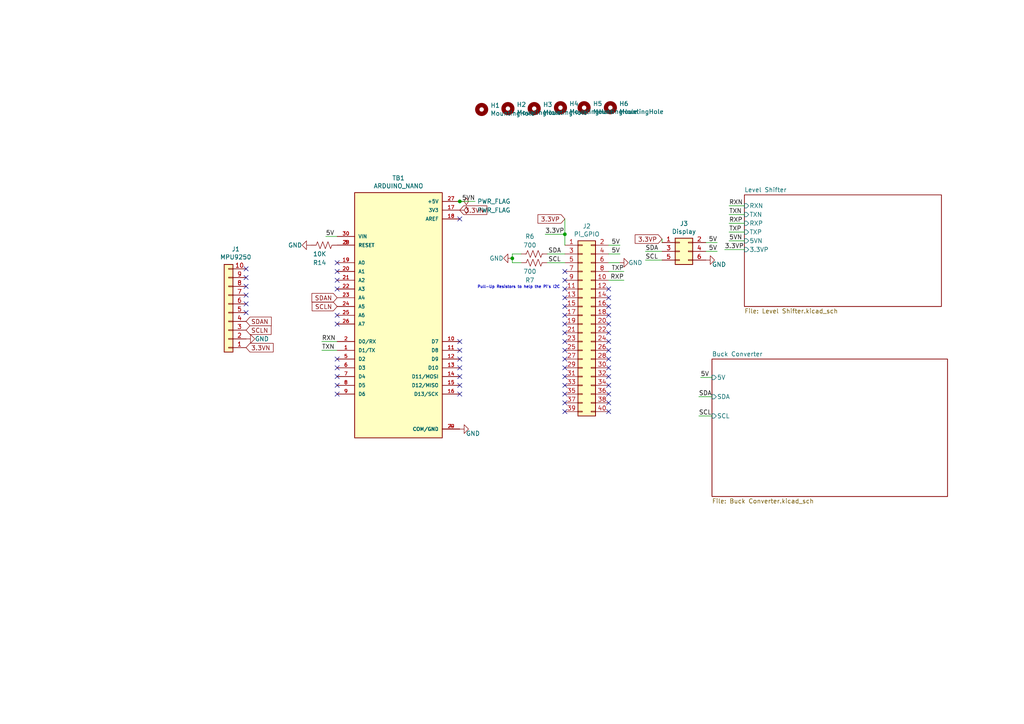
<source format=kicad_sch>
(kicad_sch (version 20211123) (generator eeschema)

  (uuid e63e39d7-6ac0-4ffd-8aa3-1841a4541b55)

  (paper "A4")

  (lib_symbols
    (symbol "ARDUINO_NANO:ARDUINO_NANO" (pin_names (offset 1.016)) (in_bom yes) (on_board yes)
      (property "Reference" "TB" (id 0) (at -12.7 35.56 0)
        (effects (font (size 1.27 1.27)) (justify left bottom))
      )
      (property "Value" "ARDUINO_NANO" (id 1) (at -12.7 -38.1 0)
        (effects (font (size 1.27 1.27)) (justify left bottom))
      )
      (property "Footprint" "SHIELD_ARDUINO_NANO" (id 2) (at 0 0 0)
        (effects (font (size 1.27 1.27)) (justify left bottom) hide)
      )
      (property "Datasheet" "" (id 3) (at 0 0 0)
        (effects (font (size 1.27 1.27)) (justify left bottom) hide)
      )
      (property "STANDARD" "Manufacturer Recommendations" (id 4) (at 0 0 0)
        (effects (font (size 1.27 1.27)) (justify left bottom) hide)
      )
      (property "MANUFACTURER" "ARDUINO" (id 5) (at 0 0 0)
        (effects (font (size 1.27 1.27)) (justify left bottom) hide)
      )
      (property "ki_locked" "" (id 6) (at 0 0 0)
        (effects (font (size 1.27 1.27)))
      )
      (symbol "ARDUINO_NANO_0_0"
        (rectangle (start -12.7 -35.56) (end 12.7 35.56)
          (stroke (width 0.254) (type default) (color 0 0 0 0))
          (fill (type background))
        )
        (pin bidirectional line (at -17.78 -10.16 0) (length 5.08)
          (name "D1/TX" (effects (font (size 1.016 1.016))))
          (number "1" (effects (font (size 1.016 1.016))))
        )
        (pin bidirectional line (at 17.78 -7.62 180) (length 5.08)
          (name "D7" (effects (font (size 1.016 1.016))))
          (number "10" (effects (font (size 1.016 1.016))))
        )
        (pin bidirectional line (at 17.78 -10.16 180) (length 5.08)
          (name "D8" (effects (font (size 1.016 1.016))))
          (number "11" (effects (font (size 1.016 1.016))))
        )
        (pin bidirectional line (at 17.78 -12.7 180) (length 5.08)
          (name "D9" (effects (font (size 1.016 1.016))))
          (number "12" (effects (font (size 1.016 1.016))))
        )
        (pin bidirectional line (at 17.78 -15.24 180) (length 5.08)
          (name "D10" (effects (font (size 1.016 1.016))))
          (number "13" (effects (font (size 1.016 1.016))))
        )
        (pin bidirectional line (at 17.78 -17.78 180) (length 5.08)
          (name "D11/MOSI" (effects (font (size 1.016 1.016))))
          (number "14" (effects (font (size 1.016 1.016))))
        )
        (pin bidirectional line (at 17.78 -20.32 180) (length 5.08)
          (name "D12/MISO" (effects (font (size 1.016 1.016))))
          (number "15" (effects (font (size 1.016 1.016))))
        )
        (pin bidirectional line (at 17.78 -22.86 180) (length 5.08)
          (name "D13/SCK" (effects (font (size 1.016 1.016))))
          (number "16" (effects (font (size 1.016 1.016))))
        )
        (pin power_in line (at 17.78 30.48 180) (length 5.08)
          (name "3V3" (effects (font (size 1.016 1.016))))
          (number "17" (effects (font (size 1.016 1.016))))
        )
        (pin power_in line (at 17.78 27.94 180) (length 5.08)
          (name "AREF" (effects (font (size 1.016 1.016))))
          (number "18" (effects (font (size 1.016 1.016))))
        )
        (pin input line (at -17.78 15.24 0) (length 5.08)
          (name "A0" (effects (font (size 1.016 1.016))))
          (number "19" (effects (font (size 1.016 1.016))))
        )
        (pin bidirectional line (at -17.78 -7.62 0) (length 5.08)
          (name "D0/RX" (effects (font (size 1.016 1.016))))
          (number "2" (effects (font (size 1.016 1.016))))
        )
        (pin input line (at -17.78 12.7 0) (length 5.08)
          (name "A1" (effects (font (size 1.016 1.016))))
          (number "20" (effects (font (size 1.016 1.016))))
        )
        (pin input line (at -17.78 10.16 0) (length 5.08)
          (name "A2" (effects (font (size 1.016 1.016))))
          (number "21" (effects (font (size 1.016 1.016))))
        )
        (pin input line (at -17.78 7.62 0) (length 5.08)
          (name "A3" (effects (font (size 1.016 1.016))))
          (number "22" (effects (font (size 1.016 1.016))))
        )
        (pin input line (at -17.78 5.08 0) (length 5.08)
          (name "A4" (effects (font (size 1.016 1.016))))
          (number "23" (effects (font (size 1.016 1.016))))
        )
        (pin input line (at -17.78 2.54 0) (length 5.08)
          (name "A5" (effects (font (size 1.016 1.016))))
          (number "24" (effects (font (size 1.016 1.016))))
        )
        (pin input line (at -17.78 0 0) (length 5.08)
          (name "A6" (effects (font (size 1.016 1.016))))
          (number "25" (effects (font (size 1.016 1.016))))
        )
        (pin input line (at -17.78 -2.54 0) (length 5.08)
          (name "A7" (effects (font (size 1.016 1.016))))
          (number "26" (effects (font (size 1.016 1.016))))
        )
        (pin power_in line (at 17.78 33.02 180) (length 5.08)
          (name "+5V" (effects (font (size 1.016 1.016))))
          (number "27" (effects (font (size 1.016 1.016))))
        )
        (pin input line (at -17.78 20.32 0) (length 5.08)
          (name "RESET" (effects (font (size 1.016 1.016))))
          (number "28" (effects (font (size 1.016 1.016))))
        )
        (pin power_in line (at 17.78 -33.02 180) (length 5.08)
          (name "COM/GND" (effects (font (size 1.016 1.016))))
          (number "29" (effects (font (size 1.016 1.016))))
        )
        (pin input line (at -17.78 20.32 0) (length 5.08)
          (name "RESET" (effects (font (size 1.016 1.016))))
          (number "3" (effects (font (size 1.016 1.016))))
        )
        (pin input line (at -17.78 22.86 0) (length 5.08)
          (name "VIN" (effects (font (size 1.016 1.016))))
          (number "30" (effects (font (size 1.016 1.016))))
        )
        (pin power_in line (at 17.78 -33.02 180) (length 5.08)
          (name "COM/GND" (effects (font (size 1.016 1.016))))
          (number "4" (effects (font (size 1.016 1.016))))
        )
        (pin bidirectional line (at -17.78 -12.7 0) (length 5.08)
          (name "D2" (effects (font (size 1.016 1.016))))
          (number "5" (effects (font (size 1.016 1.016))))
        )
        (pin bidirectional line (at -17.78 -15.24 0) (length 5.08)
          (name "D3" (effects (font (size 1.016 1.016))))
          (number "6" (effects (font (size 1.016 1.016))))
        )
        (pin bidirectional line (at -17.78 -17.78 0) (length 5.08)
          (name "D4" (effects (font (size 1.016 1.016))))
          (number "7" (effects (font (size 1.016 1.016))))
        )
        (pin bidirectional line (at -17.78 -20.32 0) (length 5.08)
          (name "D5" (effects (font (size 1.016 1.016))))
          (number "8" (effects (font (size 1.016 1.016))))
        )
        (pin bidirectional line (at -17.78 -22.86 0) (length 5.08)
          (name "D6" (effects (font (size 1.016 1.016))))
          (number "9" (effects (font (size 1.016 1.016))))
        )
      )
    )
    (symbol "Connector_Generic:Conn_01x10" (pin_names (offset 1.016) hide) (in_bom yes) (on_board yes)
      (property "Reference" "J" (id 0) (at 0 12.7 0)
        (effects (font (size 1.27 1.27)))
      )
      (property "Value" "Conn_01x10" (id 1) (at 0 -15.24 0)
        (effects (font (size 1.27 1.27)))
      )
      (property "Footprint" "" (id 2) (at 0 0 0)
        (effects (font (size 1.27 1.27)) hide)
      )
      (property "Datasheet" "~" (id 3) (at 0 0 0)
        (effects (font (size 1.27 1.27)) hide)
      )
      (property "ki_keywords" "connector" (id 4) (at 0 0 0)
        (effects (font (size 1.27 1.27)) hide)
      )
      (property "ki_description" "Generic connector, single row, 01x10, script generated (kicad-library-utils/schlib/autogen/connector/)" (id 5) (at 0 0 0)
        (effects (font (size 1.27 1.27)) hide)
      )
      (property "ki_fp_filters" "Connector*:*_1x??_*" (id 6) (at 0 0 0)
        (effects (font (size 1.27 1.27)) hide)
      )
      (symbol "Conn_01x10_1_1"
        (rectangle (start -1.27 -12.573) (end 0 -12.827)
          (stroke (width 0.1524) (type default) (color 0 0 0 0))
          (fill (type none))
        )
        (rectangle (start -1.27 -10.033) (end 0 -10.287)
          (stroke (width 0.1524) (type default) (color 0 0 0 0))
          (fill (type none))
        )
        (rectangle (start -1.27 -7.493) (end 0 -7.747)
          (stroke (width 0.1524) (type default) (color 0 0 0 0))
          (fill (type none))
        )
        (rectangle (start -1.27 -4.953) (end 0 -5.207)
          (stroke (width 0.1524) (type default) (color 0 0 0 0))
          (fill (type none))
        )
        (rectangle (start -1.27 -2.413) (end 0 -2.667)
          (stroke (width 0.1524) (type default) (color 0 0 0 0))
          (fill (type none))
        )
        (rectangle (start -1.27 0.127) (end 0 -0.127)
          (stroke (width 0.1524) (type default) (color 0 0 0 0))
          (fill (type none))
        )
        (rectangle (start -1.27 2.667) (end 0 2.413)
          (stroke (width 0.1524) (type default) (color 0 0 0 0))
          (fill (type none))
        )
        (rectangle (start -1.27 5.207) (end 0 4.953)
          (stroke (width 0.1524) (type default) (color 0 0 0 0))
          (fill (type none))
        )
        (rectangle (start -1.27 7.747) (end 0 7.493)
          (stroke (width 0.1524) (type default) (color 0 0 0 0))
          (fill (type none))
        )
        (rectangle (start -1.27 10.287) (end 0 10.033)
          (stroke (width 0.1524) (type default) (color 0 0 0 0))
          (fill (type none))
        )
        (rectangle (start -1.27 11.43) (end 1.27 -13.97)
          (stroke (width 0.254) (type default) (color 0 0 0 0))
          (fill (type background))
        )
        (pin passive line (at -5.08 10.16 0) (length 3.81)
          (name "Pin_1" (effects (font (size 1.27 1.27))))
          (number "1" (effects (font (size 1.27 1.27))))
        )
        (pin passive line (at -5.08 -12.7 0) (length 3.81)
          (name "Pin_10" (effects (font (size 1.27 1.27))))
          (number "10" (effects (font (size 1.27 1.27))))
        )
        (pin passive line (at -5.08 7.62 0) (length 3.81)
          (name "Pin_2" (effects (font (size 1.27 1.27))))
          (number "2" (effects (font (size 1.27 1.27))))
        )
        (pin passive line (at -5.08 5.08 0) (length 3.81)
          (name "Pin_3" (effects (font (size 1.27 1.27))))
          (number "3" (effects (font (size 1.27 1.27))))
        )
        (pin passive line (at -5.08 2.54 0) (length 3.81)
          (name "Pin_4" (effects (font (size 1.27 1.27))))
          (number "4" (effects (font (size 1.27 1.27))))
        )
        (pin passive line (at -5.08 0 0) (length 3.81)
          (name "Pin_5" (effects (font (size 1.27 1.27))))
          (number "5" (effects (font (size 1.27 1.27))))
        )
        (pin passive line (at -5.08 -2.54 0) (length 3.81)
          (name "Pin_6" (effects (font (size 1.27 1.27))))
          (number "6" (effects (font (size 1.27 1.27))))
        )
        (pin passive line (at -5.08 -5.08 0) (length 3.81)
          (name "Pin_7" (effects (font (size 1.27 1.27))))
          (number "7" (effects (font (size 1.27 1.27))))
        )
        (pin passive line (at -5.08 -7.62 0) (length 3.81)
          (name "Pin_8" (effects (font (size 1.27 1.27))))
          (number "8" (effects (font (size 1.27 1.27))))
        )
        (pin passive line (at -5.08 -10.16 0) (length 3.81)
          (name "Pin_9" (effects (font (size 1.27 1.27))))
          (number "9" (effects (font (size 1.27 1.27))))
        )
      )
    )
    (symbol "Connector_Generic:Conn_02x03_Odd_Even" (pin_names (offset 1.016) hide) (in_bom yes) (on_board yes)
      (property "Reference" "J" (id 0) (at 1.27 5.08 0)
        (effects (font (size 1.27 1.27)))
      )
      (property "Value" "Conn_02x03_Odd_Even" (id 1) (at 1.27 -5.08 0)
        (effects (font (size 1.27 1.27)))
      )
      (property "Footprint" "" (id 2) (at 0 0 0)
        (effects (font (size 1.27 1.27)) hide)
      )
      (property "Datasheet" "~" (id 3) (at 0 0 0)
        (effects (font (size 1.27 1.27)) hide)
      )
      (property "ki_keywords" "connector" (id 4) (at 0 0 0)
        (effects (font (size 1.27 1.27)) hide)
      )
      (property "ki_description" "Generic connector, double row, 02x03, odd/even pin numbering scheme (row 1 odd numbers, row 2 even numbers), script generated (kicad-library-utils/schlib/autogen/connector/)" (id 5) (at 0 0 0)
        (effects (font (size 1.27 1.27)) hide)
      )
      (property "ki_fp_filters" "Connector*:*_2x??_*" (id 6) (at 0 0 0)
        (effects (font (size 1.27 1.27)) hide)
      )
      (symbol "Conn_02x03_Odd_Even_1_1"
        (rectangle (start -1.27 -2.413) (end 0 -2.667)
          (stroke (width 0.1524) (type default) (color 0 0 0 0))
          (fill (type none))
        )
        (rectangle (start -1.27 0.127) (end 0 -0.127)
          (stroke (width 0.1524) (type default) (color 0 0 0 0))
          (fill (type none))
        )
        (rectangle (start -1.27 2.667) (end 0 2.413)
          (stroke (width 0.1524) (type default) (color 0 0 0 0))
          (fill (type none))
        )
        (rectangle (start -1.27 3.81) (end 3.81 -3.81)
          (stroke (width 0.254) (type default) (color 0 0 0 0))
          (fill (type background))
        )
        (rectangle (start 3.81 -2.413) (end 2.54 -2.667)
          (stroke (width 0.1524) (type default) (color 0 0 0 0))
          (fill (type none))
        )
        (rectangle (start 3.81 0.127) (end 2.54 -0.127)
          (stroke (width 0.1524) (type default) (color 0 0 0 0))
          (fill (type none))
        )
        (rectangle (start 3.81 2.667) (end 2.54 2.413)
          (stroke (width 0.1524) (type default) (color 0 0 0 0))
          (fill (type none))
        )
        (pin passive line (at -5.08 2.54 0) (length 3.81)
          (name "Pin_1" (effects (font (size 1.27 1.27))))
          (number "1" (effects (font (size 1.27 1.27))))
        )
        (pin passive line (at 7.62 2.54 180) (length 3.81)
          (name "Pin_2" (effects (font (size 1.27 1.27))))
          (number "2" (effects (font (size 1.27 1.27))))
        )
        (pin passive line (at -5.08 0 0) (length 3.81)
          (name "Pin_3" (effects (font (size 1.27 1.27))))
          (number "3" (effects (font (size 1.27 1.27))))
        )
        (pin passive line (at 7.62 0 180) (length 3.81)
          (name "Pin_4" (effects (font (size 1.27 1.27))))
          (number "4" (effects (font (size 1.27 1.27))))
        )
        (pin passive line (at -5.08 -2.54 0) (length 3.81)
          (name "Pin_5" (effects (font (size 1.27 1.27))))
          (number "5" (effects (font (size 1.27 1.27))))
        )
        (pin passive line (at 7.62 -2.54 180) (length 3.81)
          (name "Pin_6" (effects (font (size 1.27 1.27))))
          (number "6" (effects (font (size 1.27 1.27))))
        )
      )
    )
    (symbol "Connector_Generic:Conn_02x20_Odd_Even" (pin_names (offset 1.016) hide) (in_bom yes) (on_board yes)
      (property "Reference" "J" (id 0) (at 1.27 25.4 0)
        (effects (font (size 1.27 1.27)))
      )
      (property "Value" "Conn_02x20_Odd_Even" (id 1) (at 1.27 -27.94 0)
        (effects (font (size 1.27 1.27)))
      )
      (property "Footprint" "" (id 2) (at 0 0 0)
        (effects (font (size 1.27 1.27)) hide)
      )
      (property "Datasheet" "~" (id 3) (at 0 0 0)
        (effects (font (size 1.27 1.27)) hide)
      )
      (property "ki_keywords" "connector" (id 4) (at 0 0 0)
        (effects (font (size 1.27 1.27)) hide)
      )
      (property "ki_description" "Generic connector, double row, 02x20, odd/even pin numbering scheme (row 1 odd numbers, row 2 even numbers), script generated (kicad-library-utils/schlib/autogen/connector/)" (id 5) (at 0 0 0)
        (effects (font (size 1.27 1.27)) hide)
      )
      (property "ki_fp_filters" "Connector*:*_2x??_*" (id 6) (at 0 0 0)
        (effects (font (size 1.27 1.27)) hide)
      )
      (symbol "Conn_02x20_Odd_Even_1_1"
        (rectangle (start -1.27 -25.273) (end 0 -25.527)
          (stroke (width 0.1524) (type default) (color 0 0 0 0))
          (fill (type none))
        )
        (rectangle (start -1.27 -22.733) (end 0 -22.987)
          (stroke (width 0.1524) (type default) (color 0 0 0 0))
          (fill (type none))
        )
        (rectangle (start -1.27 -20.193) (end 0 -20.447)
          (stroke (width 0.1524) (type default) (color 0 0 0 0))
          (fill (type none))
        )
        (rectangle (start -1.27 -17.653) (end 0 -17.907)
          (stroke (width 0.1524) (type default) (color 0 0 0 0))
          (fill (type none))
        )
        (rectangle (start -1.27 -15.113) (end 0 -15.367)
          (stroke (width 0.1524) (type default) (color 0 0 0 0))
          (fill (type none))
        )
        (rectangle (start -1.27 -12.573) (end 0 -12.827)
          (stroke (width 0.1524) (type default) (color 0 0 0 0))
          (fill (type none))
        )
        (rectangle (start -1.27 -10.033) (end 0 -10.287)
          (stroke (width 0.1524) (type default) (color 0 0 0 0))
          (fill (type none))
        )
        (rectangle (start -1.27 -7.493) (end 0 -7.747)
          (stroke (width 0.1524) (type default) (color 0 0 0 0))
          (fill (type none))
        )
        (rectangle (start -1.27 -4.953) (end 0 -5.207)
          (stroke (width 0.1524) (type default) (color 0 0 0 0))
          (fill (type none))
        )
        (rectangle (start -1.27 -2.413) (end 0 -2.667)
          (stroke (width 0.1524) (type default) (color 0 0 0 0))
          (fill (type none))
        )
        (rectangle (start -1.27 0.127) (end 0 -0.127)
          (stroke (width 0.1524) (type default) (color 0 0 0 0))
          (fill (type none))
        )
        (rectangle (start -1.27 2.667) (end 0 2.413)
          (stroke (width 0.1524) (type default) (color 0 0 0 0))
          (fill (type none))
        )
        (rectangle (start -1.27 5.207) (end 0 4.953)
          (stroke (width 0.1524) (type default) (color 0 0 0 0))
          (fill (type none))
        )
        (rectangle (start -1.27 7.747) (end 0 7.493)
          (stroke (width 0.1524) (type default) (color 0 0 0 0))
          (fill (type none))
        )
        (rectangle (start -1.27 10.287) (end 0 10.033)
          (stroke (width 0.1524) (type default) (color 0 0 0 0))
          (fill (type none))
        )
        (rectangle (start -1.27 12.827) (end 0 12.573)
          (stroke (width 0.1524) (type default) (color 0 0 0 0))
          (fill (type none))
        )
        (rectangle (start -1.27 15.367) (end 0 15.113)
          (stroke (width 0.1524) (type default) (color 0 0 0 0))
          (fill (type none))
        )
        (rectangle (start -1.27 17.907) (end 0 17.653)
          (stroke (width 0.1524) (type default) (color 0 0 0 0))
          (fill (type none))
        )
        (rectangle (start -1.27 20.447) (end 0 20.193)
          (stroke (width 0.1524) (type default) (color 0 0 0 0))
          (fill (type none))
        )
        (rectangle (start -1.27 22.987) (end 0 22.733)
          (stroke (width 0.1524) (type default) (color 0 0 0 0))
          (fill (type none))
        )
        (rectangle (start -1.27 24.13) (end 3.81 -26.67)
          (stroke (width 0.254) (type default) (color 0 0 0 0))
          (fill (type background))
        )
        (rectangle (start 3.81 -25.273) (end 2.54 -25.527)
          (stroke (width 0.1524) (type default) (color 0 0 0 0))
          (fill (type none))
        )
        (rectangle (start 3.81 -22.733) (end 2.54 -22.987)
          (stroke (width 0.1524) (type default) (color 0 0 0 0))
          (fill (type none))
        )
        (rectangle (start 3.81 -20.193) (end 2.54 -20.447)
          (stroke (width 0.1524) (type default) (color 0 0 0 0))
          (fill (type none))
        )
        (rectangle (start 3.81 -17.653) (end 2.54 -17.907)
          (stroke (width 0.1524) (type default) (color 0 0 0 0))
          (fill (type none))
        )
        (rectangle (start 3.81 -15.113) (end 2.54 -15.367)
          (stroke (width 0.1524) (type default) (color 0 0 0 0))
          (fill (type none))
        )
        (rectangle (start 3.81 -12.573) (end 2.54 -12.827)
          (stroke (width 0.1524) (type default) (color 0 0 0 0))
          (fill (type none))
        )
        (rectangle (start 3.81 -10.033) (end 2.54 -10.287)
          (stroke (width 0.1524) (type default) (color 0 0 0 0))
          (fill (type none))
        )
        (rectangle (start 3.81 -7.493) (end 2.54 -7.747)
          (stroke (width 0.1524) (type default) (color 0 0 0 0))
          (fill (type none))
        )
        (rectangle (start 3.81 -4.953) (end 2.54 -5.207)
          (stroke (width 0.1524) (type default) (color 0 0 0 0))
          (fill (type none))
        )
        (rectangle (start 3.81 -2.413) (end 2.54 -2.667)
          (stroke (width 0.1524) (type default) (color 0 0 0 0))
          (fill (type none))
        )
        (rectangle (start 3.81 0.127) (end 2.54 -0.127)
          (stroke (width 0.1524) (type default) (color 0 0 0 0))
          (fill (type none))
        )
        (rectangle (start 3.81 2.667) (end 2.54 2.413)
          (stroke (width 0.1524) (type default) (color 0 0 0 0))
          (fill (type none))
        )
        (rectangle (start 3.81 5.207) (end 2.54 4.953)
          (stroke (width 0.1524) (type default) (color 0 0 0 0))
          (fill (type none))
        )
        (rectangle (start 3.81 7.747) (end 2.54 7.493)
          (stroke (width 0.1524) (type default) (color 0 0 0 0))
          (fill (type none))
        )
        (rectangle (start 3.81 10.287) (end 2.54 10.033)
          (stroke (width 0.1524) (type default) (color 0 0 0 0))
          (fill (type none))
        )
        (rectangle (start 3.81 12.827) (end 2.54 12.573)
          (stroke (width 0.1524) (type default) (color 0 0 0 0))
          (fill (type none))
        )
        (rectangle (start 3.81 15.367) (end 2.54 15.113)
          (stroke (width 0.1524) (type default) (color 0 0 0 0))
          (fill (type none))
        )
        (rectangle (start 3.81 17.907) (end 2.54 17.653)
          (stroke (width 0.1524) (type default) (color 0 0 0 0))
          (fill (type none))
        )
        (rectangle (start 3.81 20.447) (end 2.54 20.193)
          (stroke (width 0.1524) (type default) (color 0 0 0 0))
          (fill (type none))
        )
        (rectangle (start 3.81 22.987) (end 2.54 22.733)
          (stroke (width 0.1524) (type default) (color 0 0 0 0))
          (fill (type none))
        )
        (pin passive line (at -5.08 22.86 0) (length 3.81)
          (name "Pin_1" (effects (font (size 1.27 1.27))))
          (number "1" (effects (font (size 1.27 1.27))))
        )
        (pin passive line (at 7.62 12.7 180) (length 3.81)
          (name "Pin_10" (effects (font (size 1.27 1.27))))
          (number "10" (effects (font (size 1.27 1.27))))
        )
        (pin passive line (at -5.08 10.16 0) (length 3.81)
          (name "Pin_11" (effects (font (size 1.27 1.27))))
          (number "11" (effects (font (size 1.27 1.27))))
        )
        (pin passive line (at 7.62 10.16 180) (length 3.81)
          (name "Pin_12" (effects (font (size 1.27 1.27))))
          (number "12" (effects (font (size 1.27 1.27))))
        )
        (pin passive line (at -5.08 7.62 0) (length 3.81)
          (name "Pin_13" (effects (font (size 1.27 1.27))))
          (number "13" (effects (font (size 1.27 1.27))))
        )
        (pin passive line (at 7.62 7.62 180) (length 3.81)
          (name "Pin_14" (effects (font (size 1.27 1.27))))
          (number "14" (effects (font (size 1.27 1.27))))
        )
        (pin passive line (at -5.08 5.08 0) (length 3.81)
          (name "Pin_15" (effects (font (size 1.27 1.27))))
          (number "15" (effects (font (size 1.27 1.27))))
        )
        (pin passive line (at 7.62 5.08 180) (length 3.81)
          (name "Pin_16" (effects (font (size 1.27 1.27))))
          (number "16" (effects (font (size 1.27 1.27))))
        )
        (pin passive line (at -5.08 2.54 0) (length 3.81)
          (name "Pin_17" (effects (font (size 1.27 1.27))))
          (number "17" (effects (font (size 1.27 1.27))))
        )
        (pin passive line (at 7.62 2.54 180) (length 3.81)
          (name "Pin_18" (effects (font (size 1.27 1.27))))
          (number "18" (effects (font (size 1.27 1.27))))
        )
        (pin passive line (at -5.08 0 0) (length 3.81)
          (name "Pin_19" (effects (font (size 1.27 1.27))))
          (number "19" (effects (font (size 1.27 1.27))))
        )
        (pin passive line (at 7.62 22.86 180) (length 3.81)
          (name "Pin_2" (effects (font (size 1.27 1.27))))
          (number "2" (effects (font (size 1.27 1.27))))
        )
        (pin passive line (at 7.62 0 180) (length 3.81)
          (name "Pin_20" (effects (font (size 1.27 1.27))))
          (number "20" (effects (font (size 1.27 1.27))))
        )
        (pin passive line (at -5.08 -2.54 0) (length 3.81)
          (name "Pin_21" (effects (font (size 1.27 1.27))))
          (number "21" (effects (font (size 1.27 1.27))))
        )
        (pin passive line (at 7.62 -2.54 180) (length 3.81)
          (name "Pin_22" (effects (font (size 1.27 1.27))))
          (number "22" (effects (font (size 1.27 1.27))))
        )
        (pin passive line (at -5.08 -5.08 0) (length 3.81)
          (name "Pin_23" (effects (font (size 1.27 1.27))))
          (number "23" (effects (font (size 1.27 1.27))))
        )
        (pin passive line (at 7.62 -5.08 180) (length 3.81)
          (name "Pin_24" (effects (font (size 1.27 1.27))))
          (number "24" (effects (font (size 1.27 1.27))))
        )
        (pin passive line (at -5.08 -7.62 0) (length 3.81)
          (name "Pin_25" (effects (font (size 1.27 1.27))))
          (number "25" (effects (font (size 1.27 1.27))))
        )
        (pin passive line (at 7.62 -7.62 180) (length 3.81)
          (name "Pin_26" (effects (font (size 1.27 1.27))))
          (number "26" (effects (font (size 1.27 1.27))))
        )
        (pin passive line (at -5.08 -10.16 0) (length 3.81)
          (name "Pin_27" (effects (font (size 1.27 1.27))))
          (number "27" (effects (font (size 1.27 1.27))))
        )
        (pin passive line (at 7.62 -10.16 180) (length 3.81)
          (name "Pin_28" (effects (font (size 1.27 1.27))))
          (number "28" (effects (font (size 1.27 1.27))))
        )
        (pin passive line (at -5.08 -12.7 0) (length 3.81)
          (name "Pin_29" (effects (font (size 1.27 1.27))))
          (number "29" (effects (font (size 1.27 1.27))))
        )
        (pin passive line (at -5.08 20.32 0) (length 3.81)
          (name "Pin_3" (effects (font (size 1.27 1.27))))
          (number "3" (effects (font (size 1.27 1.27))))
        )
        (pin passive line (at 7.62 -12.7 180) (length 3.81)
          (name "Pin_30" (effects (font (size 1.27 1.27))))
          (number "30" (effects (font (size 1.27 1.27))))
        )
        (pin passive line (at -5.08 -15.24 0) (length 3.81)
          (name "Pin_31" (effects (font (size 1.27 1.27))))
          (number "31" (effects (font (size 1.27 1.27))))
        )
        (pin passive line (at 7.62 -15.24 180) (length 3.81)
          (name "Pin_32" (effects (font (size 1.27 1.27))))
          (number "32" (effects (font (size 1.27 1.27))))
        )
        (pin passive line (at -5.08 -17.78 0) (length 3.81)
          (name "Pin_33" (effects (font (size 1.27 1.27))))
          (number "33" (effects (font (size 1.27 1.27))))
        )
        (pin passive line (at 7.62 -17.78 180) (length 3.81)
          (name "Pin_34" (effects (font (size 1.27 1.27))))
          (number "34" (effects (font (size 1.27 1.27))))
        )
        (pin passive line (at -5.08 -20.32 0) (length 3.81)
          (name "Pin_35" (effects (font (size 1.27 1.27))))
          (number "35" (effects (font (size 1.27 1.27))))
        )
        (pin passive line (at 7.62 -20.32 180) (length 3.81)
          (name "Pin_36" (effects (font (size 1.27 1.27))))
          (number "36" (effects (font (size 1.27 1.27))))
        )
        (pin passive line (at -5.08 -22.86 0) (length 3.81)
          (name "Pin_37" (effects (font (size 1.27 1.27))))
          (number "37" (effects (font (size 1.27 1.27))))
        )
        (pin passive line (at 7.62 -22.86 180) (length 3.81)
          (name "Pin_38" (effects (font (size 1.27 1.27))))
          (number "38" (effects (font (size 1.27 1.27))))
        )
        (pin passive line (at -5.08 -25.4 0) (length 3.81)
          (name "Pin_39" (effects (font (size 1.27 1.27))))
          (number "39" (effects (font (size 1.27 1.27))))
        )
        (pin passive line (at 7.62 20.32 180) (length 3.81)
          (name "Pin_4" (effects (font (size 1.27 1.27))))
          (number "4" (effects (font (size 1.27 1.27))))
        )
        (pin passive line (at 7.62 -25.4 180) (length 3.81)
          (name "Pin_40" (effects (font (size 1.27 1.27))))
          (number "40" (effects (font (size 1.27 1.27))))
        )
        (pin passive line (at -5.08 17.78 0) (length 3.81)
          (name "Pin_5" (effects (font (size 1.27 1.27))))
          (number "5" (effects (font (size 1.27 1.27))))
        )
        (pin passive line (at 7.62 17.78 180) (length 3.81)
          (name "Pin_6" (effects (font (size 1.27 1.27))))
          (number "6" (effects (font (size 1.27 1.27))))
        )
        (pin passive line (at -5.08 15.24 0) (length 3.81)
          (name "Pin_7" (effects (font (size 1.27 1.27))))
          (number "7" (effects (font (size 1.27 1.27))))
        )
        (pin passive line (at 7.62 15.24 180) (length 3.81)
          (name "Pin_8" (effects (font (size 1.27 1.27))))
          (number "8" (effects (font (size 1.27 1.27))))
        )
        (pin passive line (at -5.08 12.7 0) (length 3.81)
          (name "Pin_9" (effects (font (size 1.27 1.27))))
          (number "9" (effects (font (size 1.27 1.27))))
        )
      )
    )
    (symbol "Device:R_US" (pin_numbers hide) (pin_names (offset 0)) (in_bom yes) (on_board yes)
      (property "Reference" "R" (id 0) (at 2.54 0 90)
        (effects (font (size 1.27 1.27)))
      )
      (property "Value" "R_US" (id 1) (at -2.54 0 90)
        (effects (font (size 1.27 1.27)))
      )
      (property "Footprint" "" (id 2) (at 1.016 -0.254 90)
        (effects (font (size 1.27 1.27)) hide)
      )
      (property "Datasheet" "~" (id 3) (at 0 0 0)
        (effects (font (size 1.27 1.27)) hide)
      )
      (property "ki_keywords" "R res resistor" (id 4) (at 0 0 0)
        (effects (font (size 1.27 1.27)) hide)
      )
      (property "ki_description" "Resistor, US symbol" (id 5) (at 0 0 0)
        (effects (font (size 1.27 1.27)) hide)
      )
      (property "ki_fp_filters" "R_*" (id 6) (at 0 0 0)
        (effects (font (size 1.27 1.27)) hide)
      )
      (symbol "R_US_0_1"
        (polyline
          (pts
            (xy 0 -2.286)
            (xy 0 -2.54)
          )
          (stroke (width 0) (type default) (color 0 0 0 0))
          (fill (type none))
        )
        (polyline
          (pts
            (xy 0 2.286)
            (xy 0 2.54)
          )
          (stroke (width 0) (type default) (color 0 0 0 0))
          (fill (type none))
        )
        (polyline
          (pts
            (xy 0 -0.762)
            (xy 1.016 -1.143)
            (xy 0 -1.524)
            (xy -1.016 -1.905)
            (xy 0 -2.286)
          )
          (stroke (width 0) (type default) (color 0 0 0 0))
          (fill (type none))
        )
        (polyline
          (pts
            (xy 0 0.762)
            (xy 1.016 0.381)
            (xy 0 0)
            (xy -1.016 -0.381)
            (xy 0 -0.762)
          )
          (stroke (width 0) (type default) (color 0 0 0 0))
          (fill (type none))
        )
        (polyline
          (pts
            (xy 0 2.286)
            (xy 1.016 1.905)
            (xy 0 1.524)
            (xy -1.016 1.143)
            (xy 0 0.762)
          )
          (stroke (width 0) (type default) (color 0 0 0 0))
          (fill (type none))
        )
      )
      (symbol "R_US_1_1"
        (pin passive line (at 0 3.81 270) (length 1.27)
          (name "~" (effects (font (size 1.27 1.27))))
          (number "1" (effects (font (size 1.27 1.27))))
        )
        (pin passive line (at 0 -3.81 90) (length 1.27)
          (name "~" (effects (font (size 1.27 1.27))))
          (number "2" (effects (font (size 1.27 1.27))))
        )
      )
    )
    (symbol "Mechanical:MountingHole" (pin_names (offset 1.016)) (in_bom yes) (on_board yes)
      (property "Reference" "H" (id 0) (at 0 5.08 0)
        (effects (font (size 1.27 1.27)))
      )
      (property "Value" "MountingHole" (id 1) (at 0 3.175 0)
        (effects (font (size 1.27 1.27)))
      )
      (property "Footprint" "" (id 2) (at 0 0 0)
        (effects (font (size 1.27 1.27)) hide)
      )
      (property "Datasheet" "~" (id 3) (at 0 0 0)
        (effects (font (size 1.27 1.27)) hide)
      )
      (property "ki_keywords" "mounting hole" (id 4) (at 0 0 0)
        (effects (font (size 1.27 1.27)) hide)
      )
      (property "ki_description" "Mounting Hole without connection" (id 5) (at 0 0 0)
        (effects (font (size 1.27 1.27)) hide)
      )
      (property "ki_fp_filters" "MountingHole*" (id 6) (at 0 0 0)
        (effects (font (size 1.27 1.27)) hide)
      )
      (symbol "MountingHole_0_1"
        (circle (center 0 0) (radius 1.27)
          (stroke (width 1.27) (type default) (color 0 0 0 0))
          (fill (type none))
        )
      )
    )
    (symbol "power:GND" (power) (pin_names (offset 0)) (in_bom yes) (on_board yes)
      (property "Reference" "#PWR" (id 0) (at 0 -6.35 0)
        (effects (font (size 1.27 1.27)) hide)
      )
      (property "Value" "GND" (id 1) (at 0 -3.81 0)
        (effects (font (size 1.27 1.27)))
      )
      (property "Footprint" "" (id 2) (at 0 0 0)
        (effects (font (size 1.27 1.27)) hide)
      )
      (property "Datasheet" "" (id 3) (at 0 0 0)
        (effects (font (size 1.27 1.27)) hide)
      )
      (property "ki_keywords" "power-flag" (id 4) (at 0 0 0)
        (effects (font (size 1.27 1.27)) hide)
      )
      (property "ki_description" "Power symbol creates a global label with name \"GND\" , ground" (id 5) (at 0 0 0)
        (effects (font (size 1.27 1.27)) hide)
      )
      (symbol "GND_0_1"
        (polyline
          (pts
            (xy 0 0)
            (xy 0 -1.27)
            (xy 1.27 -1.27)
            (xy 0 -2.54)
            (xy -1.27 -1.27)
            (xy 0 -1.27)
          )
          (stroke (width 0) (type default) (color 0 0 0 0))
          (fill (type none))
        )
      )
      (symbol "GND_1_1"
        (pin power_in line (at 0 0 270) (length 0) hide
          (name "GND" (effects (font (size 1.27 1.27))))
          (number "1" (effects (font (size 1.27 1.27))))
        )
      )
    )
    (symbol "power:PWR_FLAG" (power) (pin_numbers hide) (pin_names (offset 0) hide) (in_bom yes) (on_board yes)
      (property "Reference" "#FLG" (id 0) (at 0 1.905 0)
        (effects (font (size 1.27 1.27)) hide)
      )
      (property "Value" "PWR_FLAG" (id 1) (at 0 3.81 0)
        (effects (font (size 1.27 1.27)))
      )
      (property "Footprint" "" (id 2) (at 0 0 0)
        (effects (font (size 1.27 1.27)) hide)
      )
      (property "Datasheet" "~" (id 3) (at 0 0 0)
        (effects (font (size 1.27 1.27)) hide)
      )
      (property "ki_keywords" "power-flag" (id 4) (at 0 0 0)
        (effects (font (size 1.27 1.27)) hide)
      )
      (property "ki_description" "Special symbol for telling ERC where power comes from" (id 5) (at 0 0 0)
        (effects (font (size 1.27 1.27)) hide)
      )
      (symbol "PWR_FLAG_0_0"
        (pin power_out line (at 0 0 90) (length 0)
          (name "pwr" (effects (font (size 1.27 1.27))))
          (number "1" (effects (font (size 1.27 1.27))))
        )
      )
      (symbol "PWR_FLAG_0_1"
        (polyline
          (pts
            (xy 0 0)
            (xy 0 1.27)
            (xy -1.016 1.905)
            (xy 0 2.54)
            (xy 1.016 1.905)
            (xy 0 1.27)
          )
          (stroke (width 0) (type default) (color 0 0 0 0))
          (fill (type none))
        )
      )
    )
  )

  (junction (at 163.83 67.945) (diameter 0) (color 0 0 0 0)
    (uuid 9e2740b1-ba2a-43e1-aefe-a1bd61b160b8)
  )
  (junction (at 148.59 74.93) (diameter 0) (color 0 0 0 0)
    (uuid e6aaed17-69e6-4ce4-824d-4fa403867fb8)
  )
  (junction (at 133.35 58.42) (diameter 0) (color 0 0 0 0)
    (uuid ef3363f5-8d79-4ecf-984c-7cb0bf9cde9e)
  )

  (no_connect (at 97.79 76.2) (uuid 04f5865e-f449-4408-a0c8-771cccfcb129))
  (no_connect (at 176.53 96.52) (uuid 0867287d-2e6a-4d69-a366-c29f88198f2b))
  (no_connect (at 97.79 114.3) (uuid 0c30a4be-5679-499f-8c5b-5f3024f9d6cf))
  (no_connect (at 163.83 99.06) (uuid 0d35483a-0b12-46cc-b9f2-896fd6831779))
  (no_connect (at 176.53 88.9) (uuid 0f41a909-27c4-4be2-9d5e-9ae2108c8ff5))
  (no_connect (at 176.53 91.44) (uuid 1b54105e-6590-4d26-a763-ecfcf81eedc4))
  (no_connect (at 97.79 91.44) (uuid 213a2af1-412b-47f4-ab3b-c5f43b6be7a6))
  (no_connect (at 176.53 119.38) (uuid 2bf3f24b-fd30-41a7-a274-9b519491916b))
  (no_connect (at 133.35 106.68) (uuid 2f3deced-880d-4075-a81b-95c62da5b94d))
  (no_connect (at 163.83 111.76) (uuid 34871042-9d5c-4e29-abdd-a168368c3c22))
  (no_connect (at 133.35 109.22) (uuid 3cfcbcc7-4f45-46ab-82a8-c414c7972161))
  (no_connect (at 163.83 104.14) (uuid 4412226e-d975-40a2-921f-502ff4129a95))
  (no_connect (at 71.374 88.138) (uuid 46cfd089-6873-4d8b-89af-02ff30e49472))
  (no_connect (at 176.53 116.84) (uuid 4831966c-bb32-4bc8-a400-0382a02ffa1c))
  (no_connect (at 176.53 111.76) (uuid 4d4b0fcd-2c79-4fc3-b5fa-7a0741601344))
  (no_connect (at 133.35 104.14) (uuid 4d609e7c-74c9-4ae9-a26d-946ff00c167d))
  (no_connect (at 97.79 111.76) (uuid 4dc6088c-89a5-4db7-b3ae-db4b6396ad49))
  (no_connect (at 163.83 101.6) (uuid 4e66a44f-7fa6-4e16-bf9b-62ec864301a5))
  (no_connect (at 163.83 109.22) (uuid 53c85970-3e21-4fae-a84f-721cfc0513b5))
  (no_connect (at 163.83 88.9) (uuid 55992e35-fe7b-468a-9b7a-1e4dc931b904))
  (no_connect (at 163.83 81.28) (uuid 5740c959-93d8-47fd-8f68-62f0109e753d))
  (no_connect (at 176.53 106.68) (uuid 587a157d-dedf-4558-a037-1a94bbba1848))
  (no_connect (at 176.53 86.36) (uuid 5cbb5968-dbb5-4b84-864a-ead1cacf75b9))
  (no_connect (at 97.79 78.74) (uuid 6199bec7-e7eb-4ae0-b9ec-c563e157d635))
  (no_connect (at 176.53 83.82) (uuid 632acde9-b7fd-4f04-8cb4-d2cbb06b3595))
  (no_connect (at 71.374 80.518) (uuid 68b52f01-fa04-4908-bf88-60c62ace1cfa))
  (no_connect (at 71.374 90.678) (uuid 6ca3c38c-4e71-4202-b6c1-1b25f04a27ae))
  (no_connect (at 163.83 106.68) (uuid 7447a6e7-8205-46ba-afca-d0fa8f90c95a))
  (no_connect (at 176.53 99.06) (uuid 75286985-9fa5-4d30-89c5-493b6e63cd66))
  (no_connect (at 133.35 99.06) (uuid 786b6072-5772-4bc1-8eeb-6c4e19f2a91b))
  (no_connect (at 176.53 101.6) (uuid 78f88cf6-751c-4e9b-ae75-fb8b6d44ff39))
  (no_connect (at 97.79 83.82) (uuid 7f3eb118-a20c-4239-b800-c9211c66847d))
  (no_connect (at 97.79 104.14) (uuid 909b030b-fa1a-4fe8-b1ee-422b4d9e23cf))
  (no_connect (at 97.79 106.68) (uuid 936e2ca6-11ae-4f42-9128-52bb329f3d21))
  (no_connect (at 163.83 96.52) (uuid 9702d639-3b1f-4825-8985-b32b9008503d))
  (no_connect (at 176.53 109.22) (uuid 9762c9ed-64d8-4f3e-baf6-f6ba6effc919))
  (no_connect (at 133.35 101.6) (uuid 9a9f2d82-f64d-4264-8bec-c182528fc4de))
  (no_connect (at 71.374 83.058) (uuid 9d984d1b-8097-407f-92f3-3ef68867dcfa))
  (no_connect (at 163.83 91.44) (uuid a06e8e78-f567-42e6-b645-013b1073ca31))
  (no_connect (at 133.35 111.76) (uuid a501555e-bbc7-4b58-ad89-28a0cd3dd6d0))
  (no_connect (at 163.83 116.84) (uuid a9ec539a-d80d-40cc-803c-12b6adefe42a))
  (no_connect (at 176.53 93.98) (uuid afd3dbad-e7a8-4e4c-b77c-4065a69aefa2))
  (no_connect (at 133.35 63.5) (uuid b60c50d1-225e-415c-8712-7acb5e3dc8ea))
  (no_connect (at 163.83 78.74) (uuid b6bcc3cf-50de-4a33-bc41-678825c1ecf2))
  (no_connect (at 71.374 77.978) (uuid b8c83ad1-b3c9-495c-bdc6-62dead00f5ad))
  (no_connect (at 71.374 85.598) (uuid bb4f0314-c44c-4dda-b85c-537120eaae9a))
  (no_connect (at 176.53 104.14) (uuid c19dbe3c-ced0-48f7-a91d-777569cfb936))
  (no_connect (at 163.83 119.38) (uuid c264c438-a475-4ad4-9915-0f1e6ecf3053))
  (no_connect (at 163.83 83.82) (uuid c3c93de0-69b1-4a04-8e0b-d78caf487c63))
  (no_connect (at 97.79 93.98) (uuid d2de4093-1fc2-4bc1-94b6-4d0fe3426c6f))
  (no_connect (at 133.35 114.3) (uuid db83d0af-e085-4050-8496-fa2ebdecbd62))
  (no_connect (at 176.53 114.3) (uuid e25ce415-914a-48fe-bf09-324317917b2e))
  (no_connect (at 97.79 81.28) (uuid e47adf3d-9c24-4345-80c9-66679cad107e))
  (no_connect (at 97.79 109.22) (uuid ebadd2a5-21ab-4a7e-b5bc-6f737367e560))
  (no_connect (at 163.83 93.98) (uuid ec9e24d8-d1c5-40e2-9812-dc315d05f470))
  (no_connect (at 163.83 114.3) (uuid ef1b4b98-541b-4673-a04f-2043250fc40a))
  (no_connect (at 163.83 86.36) (uuid f9865a9f-edb8-49c7-828f-4896e1f3047a))

  (wire (pts (xy 94.488 68.58) (xy 97.79 68.58))
    (stroke (width 0) (type default) (color 0 0 0 0))
    (uuid 0236b38b-22c9-4c18-b1c6-6ed92bcca30c)
  )
  (wire (pts (xy 176.53 76.2) (xy 179.705 76.2))
    (stroke (width 0) (type default) (color 0 0 0 0))
    (uuid 0542858c-c639-4859-969f-978a4fa77e3a)
  )
  (wire (pts (xy 208.026 72.898) (xy 204.724 72.898))
    (stroke (width 0) (type default) (color 0 0 0 0))
    (uuid 0a3cc030-c9dd-4d74-9d50-715ed2b361a2)
  )
  (wire (pts (xy 93.345 99.06) (xy 97.79 99.06))
    (stroke (width 0) (type default) (color 0 0 0 0))
    (uuid 0cb0be4f-34c4-4b03-bb2f-8a1d1bcf13f4)
  )
  (wire (pts (xy 148.59 73.66) (xy 151.13 73.66))
    (stroke (width 0) (type default) (color 0 0 0 0))
    (uuid 0f289d9d-0f74-4b31-8460-58afe8665b44)
  )
  (wire (pts (xy 192.024 72.898) (xy 187.198 72.898))
    (stroke (width 0) (type default) (color 0 0 0 0))
    (uuid 13abf99d-5265-4779-8973-e94370fd18ff)
  )
  (wire (pts (xy 158.75 73.66) (xy 163.83 73.66))
    (stroke (width 0) (type default) (color 0 0 0 0))
    (uuid 1860e030-7a36-4298-b7fc-a16d48ab15ba)
  )
  (wire (pts (xy 163.83 67.945) (xy 163.83 71.12))
    (stroke (width 0) (type default) (color 0 0 0 0))
    (uuid 1ddf5888-54e6-438f-8301-5954e2daadb8)
  )
  (wire (pts (xy 158.75 76.2) (xy 163.83 76.2))
    (stroke (width 0) (type default) (color 0 0 0 0))
    (uuid 32667662-ae86-4904-b198-3e95f11851bf)
  )
  (wire (pts (xy 211.455 59.69) (xy 215.9 59.69))
    (stroke (width 0) (type default) (color 0 0 0 0))
    (uuid 352137fc-0c7e-4c74-b0f4-e227166a044e)
  )
  (wire (pts (xy 179.832 73.66) (xy 176.53 73.66))
    (stroke (width 0) (type default) (color 0 0 0 0))
    (uuid 5b2b5c7d-f943-4634-9f0a-e9561705c49d)
  )
  (wire (pts (xy 210.185 72.39) (xy 215.9 72.39))
    (stroke (width 0) (type default) (color 0 0 0 0))
    (uuid 5dbc91c7-8817-4344-8c08-943430fc38d8)
  )
  (wire (pts (xy 180.975 78.74) (xy 176.53 78.74))
    (stroke (width 0) (type default) (color 0 0 0 0))
    (uuid 65040e1a-fa00-400b-95bf-376b97d57973)
  )
  (wire (pts (xy 163.83 63.5) (xy 163.83 67.945))
    (stroke (width 0) (type default) (color 0 0 0 0))
    (uuid 67f6e996-3c99-493c-8f6f-e739e2ed5d7a)
  )
  (wire (pts (xy 202.692 120.65) (xy 206.502 120.65))
    (stroke (width 0) (type default) (color 0 0 0 0))
    (uuid 6a44418c-7bb4-4e99-8836-57f153c19721)
  )
  (wire (pts (xy 137.795 58.42) (xy 133.35 58.42))
    (stroke (width 0) (type default) (color 0 0 0 0))
    (uuid 6f7306d9-6a1d-4e33-9f08-677145879777)
  )
  (wire (pts (xy 211.455 67.31) (xy 215.9 67.31))
    (stroke (width 0) (type default) (color 0 0 0 0))
    (uuid 72539b80-1d03-4027-9ab5-600be3afc887)
  )
  (wire (pts (xy 211.455 62.23) (xy 215.9 62.23))
    (stroke (width 0) (type default) (color 0 0 0 0))
    (uuid 8a95d04c-c933-46ce-b240-0f594d69ffd4)
  )
  (wire (pts (xy 148.59 76.2) (xy 148.59 74.93))
    (stroke (width 0) (type default) (color 0 0 0 0))
    (uuid 9063ec7f-cded-4253-99e9-5ea336b3db05)
  )
  (wire (pts (xy 192.024 70.358) (xy 192.024 69.342))
    (stroke (width 0) (type default) (color 0 0 0 0))
    (uuid 9ccf03e8-755a-4cd9-96fc-30e1d08fa253)
  )
  (wire (pts (xy 206.502 109.474) (xy 203.2 109.474))
    (stroke (width 0) (type default) (color 0 0 0 0))
    (uuid a03e565f-d8cd-4032-aae3-b7327d4143dd)
  )
  (wire (pts (xy 192.024 75.438) (xy 187.198 75.438))
    (stroke (width 0) (type default) (color 0 0 0 0))
    (uuid a795f1ba-cdd5-4cc5-9a52-08586e982934)
  )
  (wire (pts (xy 158.115 67.945) (xy 163.83 67.945))
    (stroke (width 0) (type default) (color 0 0 0 0))
    (uuid adba0237-f377-4942-962f-9131ee6c4174)
  )
  (wire (pts (xy 211.455 69.85) (xy 215.9 69.85))
    (stroke (width 0) (type default) (color 0 0 0 0))
    (uuid ade4432c-7764-4a4d-9d9a-7afc8569b613)
  )
  (wire (pts (xy 211.455 64.77) (xy 215.9 64.77))
    (stroke (width 0) (type default) (color 0 0 0 0))
    (uuid c6ff8536-9252-49c6-9d88-27e7b0c06599)
  )
  (wire (pts (xy 206.502 115.062) (xy 202.692 115.062))
    (stroke (width 0) (type default) (color 0 0 0 0))
    (uuid c70d9ef3-bfeb-47e0-a1e1-9aeba3da7864)
  )
  (wire (pts (xy 179.832 71.12) (xy 176.53 71.12))
    (stroke (width 0) (type default) (color 0 0 0 0))
    (uuid d22e95aa-f3db-4fbc-a331-048a2523233e)
  )
  (wire (pts (xy 151.13 76.2) (xy 148.59 76.2))
    (stroke (width 0) (type default) (color 0 0 0 0))
    (uuid d92c4b30-054a-4b1a-8e64-b9d6fe22969d)
  )
  (wire (pts (xy 180.975 81.28) (xy 176.53 81.28))
    (stroke (width 0) (type default) (color 0 0 0 0))
    (uuid ea4a7c32-f366-40fb-a3d2-6a97a4b970dc)
  )
  (wire (pts (xy 148.59 74.93) (xy 148.59 73.66))
    (stroke (width 0) (type default) (color 0 0 0 0))
    (uuid ede04206-90c5-4de1-98cd-aad394e028fe)
  )
  (wire (pts (xy 208.026 70.358) (xy 204.724 70.358))
    (stroke (width 0) (type default) (color 0 0 0 0))
    (uuid f3490fa5-5a27-423b-af60-53609669542c)
  )
  (wire (pts (xy 93.345 101.6) (xy 97.79 101.6))
    (stroke (width 0) (type default) (color 0 0 0 0))
    (uuid f90212c5-e57c-450f-a6e0-fd12af0e2b2b)
  )

  (text "Pull-Up Resistors to help the Pi's I2C" (at 138.43 83.82 0)
    (effects (font (size 0.8 0.8)) (justify left bottom))
    (uuid f1a3157f-1ffc-4274-8b7e-0f065db1a1f3)
  )

  (label "5V" (at 179.832 73.66 180)
    (effects (font (size 1.27 1.27)) (justify right bottom))
    (uuid 0147f16a-c952-4891-8f53-a9fb8cddeb8d)
  )
  (label "RXN" (at 211.455 59.69 0)
    (effects (font (size 1.27 1.27)) (justify left bottom))
    (uuid 07974385-b124-4dd5-8cc3-a3d2a94b2c25)
  )
  (label "5VN" (at 137.795 58.42 180)
    (effects (font (size 1.27 1.27)) (justify right bottom))
    (uuid 161373e0-5445-4d76-9675-8ea45724a551)
  )
  (label "5V" (at 94.488 68.58 0)
    (effects (font (size 1.27 1.27)) (justify left bottom))
    (uuid 24e00d27-65ed-4bea-8ac0-6eade425d292)
  )
  (label "TXP" (at 180.975 78.74 180)
    (effects (font (size 1.27 1.27)) (justify right bottom))
    (uuid 283e51d1-0199-409c-9441-125273cfb66c)
  )
  (label "5VN" (at 211.455 69.85 0)
    (effects (font (size 1.27 1.27)) (justify left bottom))
    (uuid 28612ed4-bd2d-4a6a-b732-04fd079b7dcf)
  )
  (label "SDA" (at 159.004 73.66 0)
    (effects (font (size 1.27 1.27)) (justify left bottom))
    (uuid 3dcc657b-55a1-48e0-9667-e01e7b6b08b5)
  )
  (label "SCL" (at 187.198 75.438 0)
    (effects (font (size 1.27 1.27)) (justify left bottom))
    (uuid 46918595-4a45-48e8-84c0-961b4db7f35f)
  )
  (label "RXN" (at 93.345 99.06 0)
    (effects (font (size 1.27 1.27)) (justify left bottom))
    (uuid 48248d52-16c0-4b4b-818b-44ce956d5df3)
  )
  (label "SDA" (at 202.692 115.062 0)
    (effects (font (size 1.27 1.27)) (justify left bottom))
    (uuid 4e3d7c0d-12e3-42f2-b944-e4bcdbbcac2a)
  )
  (label "3.3VP" (at 210.185 72.39 0)
    (effects (font (size 1.27 1.27)) (justify left bottom))
    (uuid 540e7201-f7f9-4a6a-947a-be17db3553fc)
  )
  (label "TXP" (at 211.455 67.31 0)
    (effects (font (size 1.27 1.27)) (justify left bottom))
    (uuid 6fde246a-e399-456c-9849-d366fa9c4233)
  )
  (label "5V" (at 208.026 72.898 180)
    (effects (font (size 1.27 1.27)) (justify right bottom))
    (uuid 8322f275-268c-4e87-a69f-4cfbf05e747f)
  )
  (label "RXP" (at 211.455 64.77 0)
    (effects (font (size 1.27 1.27)) (justify left bottom))
    (uuid 9b683dc2-1138-4839-825f-f79ec3252e42)
  )
  (label "5V" (at 203.2 109.474 0)
    (effects (font (size 1.27 1.27)) (justify left bottom))
    (uuid 9c8ccb2a-b1e9-4f2c-94fe-301b5975277e)
  )
  (label "SCL" (at 159.004 76.2 0)
    (effects (font (size 1.27 1.27)) (justify left bottom))
    (uuid a05d7640-f2f6-4ba7-8c51-5a4af431fc13)
  )
  (label "TXN" (at 93.345 101.6 0)
    (effects (font (size 1.27 1.27)) (justify left bottom))
    (uuid a46cbaaa-7bfa-4f14-b5fe-43aab49b8116)
  )
  (label "SDA" (at 187.198 72.898 0)
    (effects (font (size 1.27 1.27)) (justify left bottom))
    (uuid a7520ad3-0f8b-4788-92d4-8ffb277041e6)
  )
  (label "SCL" (at 202.692 120.65 0)
    (effects (font (size 1.27 1.27)) (justify left bottom))
    (uuid aa02e544-13f5-4cf8-a5f4-3e6cda006090)
  )
  (label "5V" (at 208.026 70.358 180)
    (effects (font (size 1.27 1.27)) (justify right bottom))
    (uuid b6270a28-e0d9-4655-a18a-03dbf007b940)
  )
  (label "RXP" (at 180.975 81.28 180)
    (effects (font (size 1.27 1.27)) (justify right bottom))
    (uuid bae14e50-4445-4e30-8baf-4d6fd59b6591)
  )
  (label "5V" (at 179.832 71.12 180)
    (effects (font (size 1.27 1.27)) (justify right bottom))
    (uuid d1262c4d-2245-4c4f-8f35-7bb32cd9e21e)
  )
  (label "3.3VP" (at 158.115 67.945 0)
    (effects (font (size 1.27 1.27)) (justify left bottom))
    (uuid ee1e347a-f172-475a-9df1-ab5543ae8d2e)
  )
  (label "TXN" (at 211.455 62.23 0)
    (effects (font (size 1.27 1.27)) (justify left bottom))
    (uuid eea26f8c-d828-42d0-baf0-c5077ee337e0)
  )

  (global_label "3.3VN" (shape input) (at 133.35 60.96 0) (fields_autoplaced)
    (effects (font (size 1.27 1.27)) (justify left))
    (uuid 0dcdf1b8-13c6-48b4-bd94-5d26038ff231)
    (property "Intersheet References" "${INTERSHEET_REFS}" (id 0) (at -2.794 -1.016 0)
      (effects (font (size 1.27 1.27)) hide)
    )
  )
  (global_label "3.3VP" (shape input) (at 163.83 63.5 180) (fields_autoplaced)
    (effects (font (size 1.27 1.27)) (justify right))
    (uuid 2d6718e7-f18d-444d-9792-ddf1a113460c)
    (property "Intersheet References" "${INTERSHEET_REFS}" (id 0) (at -1.016 -5.334 0)
      (effects (font (size 1.27 1.27)) hide)
    )
  )
  (global_label "SCLN" (shape input) (at 97.79 88.9 180) (fields_autoplaced)
    (effects (font (size 1.27 1.27)) (justify right))
    (uuid 37e4dc66-4492-4061-908d-7213940a2ec3)
    (property "Intersheet References" "${INTERSHEET_REFS}" (id 0) (at -2.794 -1.016 0)
      (effects (font (size 1.27 1.27)) hide)
    )
  )
  (global_label "SDAN" (shape input) (at 97.79 86.36 180) (fields_autoplaced)
    (effects (font (size 1.27 1.27)) (justify right))
    (uuid 483f60da-14d7-4f88-8d01-3f9f30784c70)
    (property "Intersheet References" "${INTERSHEET_REFS}" (id 0) (at -2.794 -1.016 0)
      (effects (font (size 1.27 1.27)) hide)
    )
  )
  (global_label "3.3VN" (shape input) (at 71.374 100.838 0) (fields_autoplaced)
    (effects (font (size 1.27 1.27)) (justify left))
    (uuid 7e969d15-6cc0-4258-8b27-586608a21adb)
    (property "Intersheet References" "${INTERSHEET_REFS}" (id 0) (at 0 0 0)
      (effects (font (size 1.27 1.27)) hide)
    )
  )
  (global_label "3.3VP" (shape input) (at 192.024 69.342 180) (fields_autoplaced)
    (effects (font (size 1.27 1.27)) (justify right))
    (uuid b994142f-02ac-4881-9587-6d3df53c96d2)
    (property "Intersheet References" "${INTERSHEET_REFS}" (id 0) (at 0 0 0)
      (effects (font (size 1.27 1.27)) hide)
    )
  )
  (global_label "SCLN" (shape input) (at 71.374 95.758 0) (fields_autoplaced)
    (effects (font (size 1.27 1.27)) (justify left))
    (uuid f022716e-b121-4cbf-a833-20e924070c22)
    (property "Intersheet References" "${INTERSHEET_REFS}" (id 0) (at 0 0 0)
      (effects (font (size 1.27 1.27)) hide)
    )
  )
  (global_label "SDAN" (shape input) (at 71.374 93.218 0) (fields_autoplaced)
    (effects (font (size 1.27 1.27)) (justify left))
    (uuid fc0a4225-db46-4d48-8163-d522602d57cd)
    (property "Intersheet References" "${INTERSHEET_REFS}" (id 0) (at 0 0 0)
      (effects (font (size 1.27 1.27)) hide)
    )
  )

  (symbol (lib_id "ARDUINO_NANO:ARDUINO_NANO") (at 115.57 91.44 0) (unit 1)
    (in_bom yes) (on_board yes)
    (uuid 00000000-0000-0000-0000-0000621fe12d)
    (property "Reference" "TB1" (id 0) (at 115.57 51.6382 0))
    (property "Value" "ARDUINO_NANO" (id 1) (at 115.57 53.9496 0))
    (property "Footprint" ".pretty:SHIELD_ARDUINO_NANO" (id 2) (at 115.57 91.44 0)
      (effects (font (size 1.27 1.27)) (justify left bottom) hide)
    )
    (property "Datasheet" "" (id 3) (at 115.57 91.44 0)
      (effects (font (size 1.27 1.27)) (justify left bottom) hide)
    )
    (pin "1" (uuid 51e58bab-a859-4c38-97a4-b7c9fab31ce1))
    (pin "10" (uuid f34dc95a-09dd-4e1e-bdbe-0c80b01ad5ab))
    (pin "11" (uuid 61552163-4761-4a1c-b2d6-fa35886f0193))
    (pin "12" (uuid 4c739fa0-f32e-4df4-9b7b-ee3e6afb295f))
    (pin "13" (uuid f7946f0e-379d-4b15-af3d-e0f2dda426b2))
    (pin "14" (uuid 243807f8-b87c-494b-b945-dbd0b8aef2db))
    (pin "15" (uuid d55aa7dd-3bfe-4a71-820c-3d6b819b6bfe))
    (pin "16" (uuid 3f4ae431-183c-4579-b9e0-0198dd8bf035))
    (pin "17" (uuid d2c65287-3c8e-4ae5-80a1-f52742b49354))
    (pin "18" (uuid 286cfbee-70f0-4746-b9ae-6f2ad2573abe))
    (pin "19" (uuid 5f85fd86-d89e-43da-8d31-5a60ebc63189))
    (pin "2" (uuid 41d97cb0-9fb1-4e66-ac81-e0676bd5dd46))
    (pin "20" (uuid 66461c49-1d34-4ed3-a987-03d7dd5f9a24))
    (pin "21" (uuid 980db813-4626-465f-bba9-fbc0efba8df8))
    (pin "22" (uuid d6659ffd-a23c-4d3b-a14e-e95c1ed5d37d))
    (pin "23" (uuid 2685ca75-b16f-470f-9d8c-a9bd17a90429))
    (pin "24" (uuid a906993e-2b9d-4617-b81b-412a353ef28c))
    (pin "25" (uuid 4a9b1558-5932-4e22-a7ff-aac8cef7d6e2))
    (pin "26" (uuid 525398b3-6195-4594-b4a7-adc99f778ce5))
    (pin "27" (uuid 0f24622b-60dd-4fc1-8127-7e7fbddbcbe0))
    (pin "28" (uuid 0897e928-7c06-40b5-86a0-210305a31dfb))
    (pin "29" (uuid 28aa2cb5-f781-41f5-9882-92959e1e9f8d))
    (pin "3" (uuid 554da454-b87b-47ed-a8d9-10c16315be34))
    (pin "30" (uuid a401463b-3576-456c-9e87-ba5bc2076b5d))
    (pin "4" (uuid 6f85789e-b451-446a-9b0f-22d9e680f4f7))
    (pin "5" (uuid 1c8e681e-a44e-43f6-b244-ea2b083e2382))
    (pin "6" (uuid 6fdb7a63-6401-4aa3-9d84-47716369823a))
    (pin "7" (uuid efdf3adb-b64d-44a5-bfd0-2963ac4f1148))
    (pin "8" (uuid 37dabdd4-5407-4af3-b2a7-34b002ef827a))
    (pin "9" (uuid a62b3433-58a9-4b10-a93b-923e21db47de))
  )

  (symbol (lib_id "Connector_Generic:Conn_02x20_Odd_Even") (at 168.91 93.98 0) (unit 1)
    (in_bom yes) (on_board yes)
    (uuid 00000000-0000-0000-0000-0000622008cc)
    (property "Reference" "J2" (id 0) (at 170.18 65.6082 0))
    (property "Value" "Pi_GPIO" (id 1) (at 170.18 67.9196 0))
    (property "Footprint" "Connector_PinHeader_2.54mm:PinHeader_2x20_P2.54mm_Vertical" (id 2) (at 168.91 93.98 0)
      (effects (font (size 1.27 1.27)) hide)
    )
    (property "Datasheet" "~" (id 3) (at 168.91 93.98 0)
      (effects (font (size 1.27 1.27)) hide)
    )
    (pin "1" (uuid c19a8ead-a9d2-4669-bfc4-c3280d85fc85))
    (pin "10" (uuid d815ba60-dd2b-4b06-a848-86a77dc1e897))
    (pin "11" (uuid bda46288-ce26-4547-af0b-da4371017063))
    (pin "12" (uuid fa0c1cd9-3e03-4e33-9b43-7f2e9e5bf028))
    (pin "13" (uuid cd7ce95e-a15f-4c64-b5e6-cf238cf8667e))
    (pin "14" (uuid 70d4d2ee-ec37-4182-9883-824f76bc0fd6))
    (pin "15" (uuid 8bc4232b-d531-4586-83da-9fe48c419417))
    (pin "16" (uuid 922841a0-5282-473f-b8f7-b3645991fdf0))
    (pin "17" (uuid 5335a71b-2d1d-40d1-be4c-36fac28b194a))
    (pin "18" (uuid 194c157d-d622-4fd8-be00-f69f61a03684))
    (pin "19" (uuid d1b485ab-0e9d-4923-8507-472f5e6f4d2b))
    (pin "2" (uuid 8219a91c-266c-4cfa-bc60-bea9905e98c2))
    (pin "20" (uuid 741a879a-eb3c-40e4-8bf6-f746c9d6b72a))
    (pin "21" (uuid 1ea03bbb-40e2-4566-9e47-8bf29447d68c))
    (pin "22" (uuid c3cc08d7-017d-4f5d-b473-28da4fa234a1))
    (pin "23" (uuid e1c86e10-f323-4015-a645-c9c56af55628))
    (pin "24" (uuid 5dfa18de-75f6-4a3a-b70d-6446ad825d17))
    (pin "25" (uuid 182a0d45-e08e-4085-bf5e-bd9faa748bd7))
    (pin "26" (uuid 0a3db64e-19cc-4ff5-9149-bec68c092063))
    (pin "27" (uuid 346f7eb8-a971-43e3-a10e-baff9ae4f8c8))
    (pin "28" (uuid f267a190-4722-439f-bcfe-936798a0c275))
    (pin "29" (uuid 9a95364b-a86e-4123-bc87-8a42cbd69b81))
    (pin "3" (uuid 12d19dc5-beca-4564-96f3-b9733cacb830))
    (pin "30" (uuid d91b8f49-3b38-462e-9f22-00c23d89242f))
    (pin "31" (uuid 8dc5d2b8-9f84-4732-a7ba-3deadc49c12e))
    (pin "32" (uuid cff7e418-c223-431a-ac81-1198052ac956))
    (pin "33" (uuid 61838b6d-0365-4ff9-894e-279975dab243))
    (pin "34" (uuid bab46f34-8c8a-41f0-bea2-5779a0f6a524))
    (pin "35" (uuid 90fb4a95-b6c1-4fbf-bf0d-36f980b594b2))
    (pin "36" (uuid 0fb0ea22-7e03-40e6-8f86-a9371bc08b5e))
    (pin "37" (uuid d09a435d-593a-441d-af35-8d3e00961a7e))
    (pin "38" (uuid 2956d091-2aba-4184-a6c6-bef1558eaf14))
    (pin "39" (uuid af7c6606-922f-4946-8d70-ab4319fe1a43))
    (pin "4" (uuid 3281a1bf-3e29-4556-be44-07c0ee337499))
    (pin "40" (uuid b737ab9e-4ffe-4668-83d8-e22630f69ab4))
    (pin "5" (uuid 99b3db4c-b81f-4a08-a3ae-b6f35825d314))
    (pin "6" (uuid b3b08be4-7aba-4f0e-813e-490cdac087d6))
    (pin "7" (uuid f9da8565-c0b6-4f39-9018-886d91887fe9))
    (pin "8" (uuid cbfdebec-9083-4b4c-a204-f1458cc71c5c))
    (pin "9" (uuid 05b89307-98f9-4bfc-af82-e6d88b5d3895))
  )

  (symbol (lib_id "Connector_Generic:Conn_01x10") (at 66.294 90.678 180) (unit 1)
    (in_bom yes) (on_board yes)
    (uuid 00000000-0000-0000-0000-000062208ce6)
    (property "Reference" "J1" (id 0) (at 68.3768 72.263 0))
    (property "Value" "MPU9250" (id 1) (at 68.3768 74.5744 0))
    (property "Footprint" "Connector_PinHeader_2.54mm:PinHeader_1x10_P2.54mm_Vertical" (id 2) (at 66.294 90.678 0)
      (effects (font (size 1.27 1.27)) hide)
    )
    (property "Datasheet" "~" (id 3) (at 66.294 90.678 0)
      (effects (font (size 1.27 1.27)) hide)
    )
    (pin "1" (uuid 00341a02-398c-4d4f-8626-04e91ee2daae))
    (pin "10" (uuid ac45d81b-a1fa-4c13-9b9d-c29f59138bb0))
    (pin "2" (uuid 98f253d8-0dda-43a9-bfb3-a1a6b1435866))
    (pin "3" (uuid c1e20eff-7892-41b7-9e5c-841eac63832f))
    (pin "4" (uuid 8bcc010e-950d-4f9b-a3fc-7e8354f84175))
    (pin "5" (uuid 76b9ad1e-6505-473b-8ace-4da39f6151cd))
    (pin "6" (uuid e9de5e19-b2f4-40d0-9ff9-b9a4d4d1c9bc))
    (pin "7" (uuid 19651883-53bc-4260-8d8e-59a026ad1e1b))
    (pin "8" (uuid 6dd65c85-d497-4677-b0c0-06f9a669d32e))
    (pin "9" (uuid f18f50b3-e6b0-4be0-893a-87b4102e004a))
  )

  (symbol (lib_id "Connector_Generic:Conn_02x03_Odd_Even") (at 197.104 72.898 0) (unit 1)
    (in_bom yes) (on_board yes)
    (uuid 00000000-0000-0000-0000-00006220a503)
    (property "Reference" "J3" (id 0) (at 198.374 64.8462 0))
    (property "Value" "Display" (id 1) (at 198.374 67.1576 0))
    (property "Footprint" "Connector_PinHeader_2.54mm:PinHeader_2x03_P2.54mm_Vertical" (id 2) (at 197.104 72.898 0)
      (effects (font (size 1.27 1.27)) hide)
    )
    (property "Datasheet" "~" (id 3) (at 197.104 72.898 0)
      (effects (font (size 1.27 1.27)) hide)
    )
    (pin "1" (uuid 054fac56-d933-4db8-b2d2-b3c126ccc608))
    (pin "2" (uuid 5be3420a-42fc-482b-8bef-946997728156))
    (pin "3" (uuid fcf5a5fb-c085-4220-8d90-a23267dcddc7))
    (pin "4" (uuid 82048b9c-3a0f-4ed2-a48a-11a7f37c64d8))
    (pin "5" (uuid 5069d049-618a-4610-91fb-31bc458fd817))
    (pin "6" (uuid a5d9e7ff-d4e4-494d-b78d-ee3f69a3acea))
  )

  (symbol (lib_id "Mechanical:MountingHole") (at 139.7 31.75 0) (unit 1)
    (in_bom yes) (on_board yes)
    (uuid 00000000-0000-0000-0000-00006221f507)
    (property "Reference" "H1" (id 0) (at 142.24 30.5816 0)
      (effects (font (size 1.27 1.27)) (justify left))
    )
    (property "Value" "MountingHole" (id 1) (at 142.24 32.893 0)
      (effects (font (size 1.27 1.27)) (justify left))
    )
    (property "Footprint" "MountingHole:MountingHole_2.5mm" (id 2) (at 139.7 31.75 0)
      (effects (font (size 1.27 1.27)) hide)
    )
    (property "Datasheet" "~" (id 3) (at 139.7 31.75 0)
      (effects (font (size 1.27 1.27)) hide)
    )
  )

  (symbol (lib_id "Mechanical:MountingHole") (at 147.32 31.496 0) (unit 1)
    (in_bom yes) (on_board yes)
    (uuid 00000000-0000-0000-0000-00006221f7d0)
    (property "Reference" "H2" (id 0) (at 149.86 30.3276 0)
      (effects (font (size 1.27 1.27)) (justify left))
    )
    (property "Value" "MountingHole" (id 1) (at 149.86 32.639 0)
      (effects (font (size 1.27 1.27)) (justify left))
    )
    (property "Footprint" "MountingHole:MountingHole_2.5mm" (id 2) (at 147.32 31.496 0)
      (effects (font (size 1.27 1.27)) hide)
    )
    (property "Datasheet" "~" (id 3) (at 147.32 31.496 0)
      (effects (font (size 1.27 1.27)) hide)
    )
  )

  (symbol (lib_id "Mechanical:MountingHole") (at 154.94 31.496 0) (unit 1)
    (in_bom yes) (on_board yes)
    (uuid 00000000-0000-0000-0000-00006222000c)
    (property "Reference" "H3" (id 0) (at 157.48 30.3276 0)
      (effects (font (size 1.27 1.27)) (justify left))
    )
    (property "Value" "MountingHole" (id 1) (at 157.48 32.639 0)
      (effects (font (size 1.27 1.27)) (justify left))
    )
    (property "Footprint" "MountingHole:MountingHole_2.5mm" (id 2) (at 154.94 31.496 0)
      (effects (font (size 1.27 1.27)) hide)
    )
    (property "Datasheet" "~" (id 3) (at 154.94 31.496 0)
      (effects (font (size 1.27 1.27)) hide)
    )
  )

  (symbol (lib_id "Mechanical:MountingHole") (at 162.56 31.242 0) (unit 1)
    (in_bom yes) (on_board yes)
    (uuid 00000000-0000-0000-0000-000062220292)
    (property "Reference" "H4" (id 0) (at 165.1 30.0736 0)
      (effects (font (size 1.27 1.27)) (justify left))
    )
    (property "Value" "MountingHole" (id 1) (at 165.1 32.385 0)
      (effects (font (size 1.27 1.27)) (justify left))
    )
    (property "Footprint" "MountingHole:MountingHole_2.5mm" (id 2) (at 162.56 31.242 0)
      (effects (font (size 1.27 1.27)) hide)
    )
    (property "Datasheet" "~" (id 3) (at 162.56 31.242 0)
      (effects (font (size 1.27 1.27)) hide)
    )
  )

  (symbol (lib_id "power:GND") (at 179.705 76.2 90) (unit 1)
    (in_bom yes) (on_board yes)
    (uuid 00000000-0000-0000-0000-000062525def)
    (property "Reference" "#PWR0107" (id 0) (at 186.055 76.2 0)
      (effects (font (size 1.27 1.27)) hide)
    )
    (property "Value" "GND" (id 1) (at 182.245 76.2 90)
      (effects (font (size 1.27 1.27)) (justify right))
    )
    (property "Footprint" "" (id 2) (at 179.705 76.2 0)
      (effects (font (size 1.27 1.27)) hide)
    )
    (property "Datasheet" "" (id 3) (at 179.705 76.2 0)
      (effects (font (size 1.27 1.27)) hide)
    )
    (pin "1" (uuid 16359bbf-7ff2-4880-8139-1075ba431191))
  )

  (symbol (lib_id "Mechanical:MountingHole") (at 169.418 31.242 0) (unit 1)
    (in_bom yes) (on_board yes)
    (uuid 00000000-0000-0000-0000-00006252904a)
    (property "Reference" "H5" (id 0) (at 171.958 30.0736 0)
      (effects (font (size 1.27 1.27)) (justify left))
    )
    (property "Value" "MountingHole" (id 1) (at 171.958 32.385 0)
      (effects (font (size 1.27 1.27)) (justify left))
    )
    (property "Footprint" "MountingHole:MountingHole_2.5mm" (id 2) (at 169.418 31.242 0)
      (effects (font (size 1.27 1.27)) hide)
    )
    (property "Datasheet" "~" (id 3) (at 169.418 31.242 0)
      (effects (font (size 1.27 1.27)) hide)
    )
  )

  (symbol (lib_id "Mechanical:MountingHole") (at 177.038 31.242 0) (unit 1)
    (in_bom yes) (on_board yes)
    (uuid 00000000-0000-0000-0000-00006252a63a)
    (property "Reference" "H6" (id 0) (at 179.578 30.0736 0)
      (effects (font (size 1.27 1.27)) (justify left))
    )
    (property "Value" "MountingHole" (id 1) (at 179.578 32.385 0)
      (effects (font (size 1.27 1.27)) (justify left))
    )
    (property "Footprint" "MountingHole:MountingHole_2.5mm" (id 2) (at 177.038 31.242 0)
      (effects (font (size 1.27 1.27)) hide)
    )
    (property "Datasheet" "~" (id 3) (at 177.038 31.242 0)
      (effects (font (size 1.27 1.27)) hide)
    )
  )

  (symbol (lib_id "power:GND") (at 204.724 75.438 90) (unit 1)
    (in_bom yes) (on_board yes)
    (uuid 00000000-0000-0000-0000-00006252cdee)
    (property "Reference" "#PWR0108" (id 0) (at 211.074 75.438 0)
      (effects (font (size 1.27 1.27)) hide)
    )
    (property "Value" "GND" (id 1) (at 206.502 76.708 90)
      (effects (font (size 1.27 1.27)) (justify right))
    )
    (property "Footprint" "" (id 2) (at 204.724 75.438 0)
      (effects (font (size 1.27 1.27)) hide)
    )
    (property "Datasheet" "" (id 3) (at 204.724 75.438 0)
      (effects (font (size 1.27 1.27)) hide)
    )
    (pin "1" (uuid ad1d1183-a5cb-4338-8b74-aa2bf16acc82))
  )

  (symbol (lib_id "power:GND") (at 133.35 124.46 90) (unit 1)
    (in_bom yes) (on_board yes)
    (uuid 00000000-0000-0000-0000-00006252d96e)
    (property "Reference" "#PWR0109" (id 0) (at 139.7 124.46 0)
      (effects (font (size 1.27 1.27)) hide)
    )
    (property "Value" "GND" (id 1) (at 135.128 125.73 90)
      (effects (font (size 1.27 1.27)) (justify right))
    )
    (property "Footprint" "" (id 2) (at 133.35 124.46 0)
      (effects (font (size 1.27 1.27)) hide)
    )
    (property "Datasheet" "" (id 3) (at 133.35 124.46 0)
      (effects (font (size 1.27 1.27)) hide)
    )
    (pin "1" (uuid df7e035a-ccbf-488b-ac16-e0f019a68bec))
  )

  (symbol (lib_id "power:GND") (at 71.374 98.298 90) (unit 1)
    (in_bom yes) (on_board yes)
    (uuid 00000000-0000-0000-0000-00006252edec)
    (property "Reference" "#PWR0110" (id 0) (at 77.724 98.298 0)
      (effects (font (size 1.27 1.27)) hide)
    )
    (property "Value" "GND" (id 1) (at 73.914 98.298 90)
      (effects (font (size 1.27 1.27)) (justify right))
    )
    (property "Footprint" "" (id 2) (at 71.374 98.298 0)
      (effects (font (size 1.27 1.27)) hide)
    )
    (property "Datasheet" "" (id 3) (at 71.374 98.298 0)
      (effects (font (size 1.27 1.27)) hide)
    )
    (pin "1" (uuid 1cf67096-dd8b-4357-81e7-3710b3937811))
  )

  (symbol (lib_id "Device:R_US") (at 93.98 71.12 90) (unit 1)
    (in_bom yes) (on_board yes)
    (uuid 38180143-47ac-4861-9d8c-171194bf34c4)
    (property "Reference" "R14" (id 0) (at 92.71 76.2 90))
    (property "Value" "10K" (id 1) (at 92.71 73.66 90))
    (property "Footprint" "Resistor_SMD:R_0805_2012Metric_Pad1.20x1.40mm_HandSolder" (id 2) (at 94.234 70.104 90)
      (effects (font (size 1.27 1.27)) hide)
    )
    (property "Datasheet" "~" (id 3) (at 93.98 71.12 0)
      (effects (font (size 1.27 1.27)) hide)
    )
    (pin "1" (uuid 63d49df9-8d03-45c9-a424-dfd43290f3f0))
    (pin "2" (uuid 68762cd9-a90d-431c-a9ad-af7bcf1779ae))
  )

  (symbol (lib_id "power:GND") (at 90.17 71.12 270) (unit 1)
    (in_bom yes) (on_board yes)
    (uuid 6452b5b7-d7c3-43d7-8273-3554999a0b77)
    (property "Reference" "#PWR0124" (id 0) (at 83.82 71.12 0)
      (effects (font (size 1.27 1.27)) hide)
    )
    (property "Value" "GND" (id 1) (at 87.63 71.12 90)
      (effects (font (size 1.27 1.27)) (justify right))
    )
    (property "Footprint" "" (id 2) (at 90.17 71.12 0)
      (effects (font (size 1.27 1.27)) hide)
    )
    (property "Datasheet" "" (id 3) (at 90.17 71.12 0)
      (effects (font (size 1.27 1.27)) hide)
    )
    (pin "1" (uuid ee5e8efc-f91c-4d00-ade8-60cd4875eade))
  )

  (symbol (lib_id "power:PWR_FLAG") (at 133.35 58.42 270) (unit 1)
    (in_bom yes) (on_board yes)
    (uuid 940f28d8-47ba-4cb0-9e15-399c445b63d3)
    (property "Reference" "#FLG0110" (id 0) (at 135.255 58.42 0)
      (effects (font (size 1.27 1.27)) hide)
    )
    (property "Value" "PWR_FLAG" (id 1) (at 138.43 58.42 90)
      (effects (font (size 1.27 1.27)) (justify left))
    )
    (property "Footprint" "" (id 2) (at 133.35 58.42 0)
      (effects (font (size 1.27 1.27)) hide)
    )
    (property "Datasheet" "~" (id 3) (at 133.35 58.42 0)
      (effects (font (size 1.27 1.27)) hide)
    )
    (pin "1" (uuid f3294792-4291-40c6-9d79-5617e55e671f))
  )

  (symbol (lib_id "power:GND") (at 148.59 74.93 270) (unit 1)
    (in_bom yes) (on_board yes)
    (uuid d707368e-dc37-44ac-83a1-c28ab7d72d54)
    (property "Reference" "#PWR0116" (id 0) (at 142.24 74.93 0)
      (effects (font (size 1.27 1.27)) hide)
    )
    (property "Value" "GND" (id 1) (at 146.05 74.93 90)
      (effects (font (size 1.27 1.27)) (justify right))
    )
    (property "Footprint" "" (id 2) (at 148.59 74.93 0)
      (effects (font (size 1.27 1.27)) hide)
    )
    (property "Datasheet" "" (id 3) (at 148.59 74.93 0)
      (effects (font (size 1.27 1.27)) hide)
    )
    (pin "1" (uuid d1ef5819-e9e8-4db7-aa9e-560a50704b31))
  )

  (symbol (lib_id "power:PWR_FLAG") (at 133.35 60.96 270) (unit 1)
    (in_bom yes) (on_board yes)
    (uuid dda4c0ca-abd5-4644-81d3-2c54f43c7e50)
    (property "Reference" "#FLG0102" (id 0) (at 135.255 60.96 0)
      (effects (font (size 1.27 1.27)) hide)
    )
    (property "Value" "PWR_FLAG" (id 1) (at 138.43 60.96 90)
      (effects (font (size 1.27 1.27)) (justify left))
    )
    (property "Footprint" "" (id 2) (at 133.35 60.96 0)
      (effects (font (size 1.27 1.27)) hide)
    )
    (property "Datasheet" "~" (id 3) (at 133.35 60.96 0)
      (effects (font (size 1.27 1.27)) hide)
    )
    (pin "1" (uuid c0f652e4-9f2a-4578-9638-1818195eb835))
  )

  (symbol (lib_id "Device:R_US") (at 154.94 76.2 90) (unit 1)
    (in_bom yes) (on_board yes)
    (uuid de235daa-9be3-4242-867b-450cb74b5001)
    (property "Reference" "R7" (id 0) (at 153.67 81.28 90))
    (property "Value" "700" (id 1) (at 153.67 78.74 90))
    (property "Footprint" "Resistor_SMD:R_0603_1608Metric_Pad0.98x0.95mm_HandSolder" (id 2) (at 155.194 75.184 90)
      (effects (font (size 1.27 1.27)) hide)
    )
    (property "Datasheet" "~" (id 3) (at 154.94 76.2 0)
      (effects (font (size 1.27 1.27)) hide)
    )
    (pin "1" (uuid 79dc1ef5-bc96-4275-b0c5-a9f0f2484c71))
    (pin "2" (uuid fdfcdc27-8c11-4c9b-b438-3454733d90c3))
  )

  (symbol (lib_id "Device:R_US") (at 154.94 73.66 90) (unit 1)
    (in_bom yes) (on_board yes)
    (uuid ed2174e2-ab3c-4452-b6bf-1230cbaa392b)
    (property "Reference" "R6" (id 0) (at 153.67 68.58 90))
    (property "Value" "700" (id 1) (at 153.67 71.12 90))
    (property "Footprint" "Resistor_SMD:R_0603_1608Metric_Pad0.98x0.95mm_HandSolder" (id 2) (at 155.194 72.644 90)
      (effects (font (size 1.27 1.27)) hide)
    )
    (property "Datasheet" "~" (id 3) (at 154.94 73.66 0)
      (effects (font (size 1.27 1.27)) hide)
    )
    (pin "1" (uuid befa30e2-62a3-45c0-8f6b-b79eac276875))
    (pin "2" (uuid b66f70f3-e6dd-4520-905d-caa797650a6e))
  )

  (sheet (at 206.502 104.14) (size 68.326 39.878) (fields_autoplaced)
    (stroke (width 0) (type solid) (color 0 0 0 0))
    (fill (color 0 0 0 0.0000))
    (uuid 00000000-0000-0000-0000-00006251fa46)
    (property "Sheet name" "Buck Converter" (id 0) (at 206.502 103.4284 0)
      (effects (font (size 1.27 1.27)) (justify left bottom))
    )
    (property "Sheet file" "Buck Converter.kicad_sch" (id 1) (at 206.502 144.6026 0)
      (effects (font (size 1.27 1.27)) (justify left top))
    )
    (pin "5V" input (at 206.502 109.474 180)
      (effects (font (size 1.27 1.27)) (justify left))
      (uuid 13475e15-f37c-4de8-857e-1722b0c39513)
    )
    (pin "SDA" input (at 206.502 115.062 180)
      (effects (font (size 1.27 1.27)) (justify left))
      (uuid 2732632c-4768-42b6-bf7f-14643424019e)
    )
    (pin "SCL" input (at 206.502 120.65 180)
      (effects (font (size 1.27 1.27)) (justify left))
      (uuid 854dd5d4-5fd2-4730-bd49-a9cd8299a065)
    )
  )

  (sheet (at 215.9 56.515) (size 57.15 32.385) (fields_autoplaced)
    (stroke (width 0.1524) (type solid) (color 0 0 0 0))
    (fill (color 0 0 0 0.0000))
    (uuid 63a9d60b-f770-4724-9334-8ff781e7943f)
    (property "Sheet name" "Level Shifter" (id 0) (at 215.9 55.8034 0)
      (effects (font (size 1.27 1.27)) (justify left bottom))
    )
    (property "Sheet file" "Level Shifter.kicad_sch" (id 1) (at 215.9 89.4846 0)
      (effects (font (size 1.27 1.27)) (justify left top))
    )
    (pin "RXN" input (at 215.9 59.69 180)
      (effects (font (size 1.27 1.27)) (justify left))
      (uuid 2a513776-f5fb-4984-843c-d47ff1108486)
    )
    (pin "TXN" input (at 215.9 62.23 180)
      (effects (font (size 1.27 1.27)) (justify left))
      (uuid 0a9574c5-717f-4553-ac5b-50c6f1c3d013)
    )
    (pin "RXP" input (at 215.9 64.77 180)
      (effects (font (size 1.27 1.27)) (justify left))
      (uuid 99e1a7f2-3146-4f6e-aeb8-cc392877b2e3)
    )
    (pin "TXP" input (at 215.9 67.31 180)
      (effects (font (size 1.27 1.27)) (justify left))
      (uuid 4e8eb696-febb-48db-8971-09ea3b375581)
    )
    (pin "5VN" input (at 215.9 69.85 180)
      (effects (font (size 1.27 1.27)) (justify left))
      (uuid 07afad98-0fcc-4f53-82ef-9088deaef607)
    )
    (pin "3.3VP" input (at 215.9 72.39 180)
      (effects (font (size 1.27 1.27)) (justify left))
      (uuid cfff7f19-0dd3-40ca-96f8-1a2ddb6d5f05)
    )
  )

  (sheet_instances
    (path "/" (page "1"))
    (path "/00000000-0000-0000-0000-00006251fa46" (page "2"))
    (path "/63a9d60b-f770-4724-9334-8ff781e7943f" (page "3"))
  )

  (symbol_instances
    (path "/00000000-0000-0000-0000-00006251fa46/00000000-0000-0000-0000-000062533e89"
      (reference "#FLG0101") (unit 1) (value "PWR_FLAG") (footprint "")
    )
    (path "/dda4c0ca-abd5-4644-81d3-2c54f43c7e50"
      (reference "#FLG0102") (unit 1) (value "PWR_FLAG") (footprint "")
    )
    (path "/00000000-0000-0000-0000-00006251fa46/80514122-1504-4b29-803b-4b5cedcc076b"
      (reference "#FLG0103") (unit 1) (value "PWR_FLAG") (footprint "")
    )
    (path "/63a9d60b-f770-4724-9334-8ff781e7943f/8431275c-20f8-44c5-b8de-e1d08fb94e8f"
      (reference "#FLG0104") (unit 1) (value "PWR_FLAG") (footprint "")
    )
    (path "/63a9d60b-f770-4724-9334-8ff781e7943f/83a9f679-e1f3-4593-8827-5f5e89d70eaf"
      (reference "#FLG0105") (unit 1) (value "PWR_FLAG") (footprint "")
    )
    (path "/63a9d60b-f770-4724-9334-8ff781e7943f/478b9888-af60-4424-b842-ab265a20a766"
      (reference "#FLG0106") (unit 1) (value "PWR_FLAG") (footprint "")
    )
    (path "/63a9d60b-f770-4724-9334-8ff781e7943f/a27307d7-447c-4510-ab4e-ed44439e7d3d"
      (reference "#FLG0107") (unit 1) (value "PWR_FLAG") (footprint "")
    )
    (path "/63a9d60b-f770-4724-9334-8ff781e7943f/328bba90-c0b4-457d-9ad3-f7a1739bbc96"
      (reference "#FLG0108") (unit 1) (value "PWR_FLAG") (footprint "")
    )
    (path "/63a9d60b-f770-4724-9334-8ff781e7943f/41b69d10-3a30-44c0-8a1e-2551c565103a"
      (reference "#FLG0109") (unit 1) (value "PWR_FLAG") (footprint "")
    )
    (path "/940f28d8-47ba-4cb0-9e15-399c445b63d3"
      (reference "#FLG0110") (unit 1) (value "PWR_FLAG") (footprint "")
    )
    (path "/00000000-0000-0000-0000-00006251fa46/f1c50ea2-ab0c-4f43-8b73-ba38dbf12313"
      (reference "#PWR0101") (unit 1) (value "GND") (footprint "")
    )
    (path "/00000000-0000-0000-0000-00006251fa46/00000000-0000-0000-0000-0000625255a6"
      (reference "#PWR0102") (unit 1) (value "GND") (footprint "")
    )
    (path "/00000000-0000-0000-0000-00006251fa46/27eb8536-aa1f-44f6-b088-4549c45c28fa"
      (reference "#PWR0103") (unit 1) (value "GND") (footprint "")
    )
    (path "/00000000-0000-0000-0000-00006251fa46/4de8e937-5565-4956-85c6-b65ddb236914"
      (reference "#PWR0104") (unit 1) (value "GND") (footprint "")
    )
    (path "/00000000-0000-0000-0000-00006251fa46/782f9291-1539-4a61-909e-da764fbb999c"
      (reference "#PWR0105") (unit 1) (value "~") (footprint "")
    )
    (path "/00000000-0000-0000-0000-00006251fa46/00000000-0000-0000-0000-0000625334fb"
      (reference "#PWR0106") (unit 1) (value "GND") (footprint "")
    )
    (path "/00000000-0000-0000-0000-000062525def"
      (reference "#PWR0107") (unit 1) (value "GND") (footprint "")
    )
    (path "/00000000-0000-0000-0000-00006252cdee"
      (reference "#PWR0108") (unit 1) (value "GND") (footprint "")
    )
    (path "/00000000-0000-0000-0000-00006252d96e"
      (reference "#PWR0109") (unit 1) (value "GND") (footprint "")
    )
    (path "/00000000-0000-0000-0000-00006252edec"
      (reference "#PWR0110") (unit 1) (value "GND") (footprint "")
    )
    (path "/00000000-0000-0000-0000-00006251fa46/34411843-0171-497d-ad2a-f74d1677092b"
      (reference "#PWR0111") (unit 1) (value "GND") (footprint "")
    )
    (path "/00000000-0000-0000-0000-00006251fa46/16afa295-765b-4e8c-881c-2801687e6b4a"
      (reference "#PWR0112") (unit 1) (value "GND") (footprint "")
    )
    (path "/00000000-0000-0000-0000-00006251fa46/256ec7c6-8d37-4dc0-9a83-37b528333626"
      (reference "#PWR0113") (unit 1) (value "GND") (footprint "")
    )
    (path "/00000000-0000-0000-0000-00006251fa46/20b38925-4816-4bd8-b3e5-62aa8da0ed4f"
      (reference "#PWR0114") (unit 1) (value "GND") (footprint "")
    )
    (path "/00000000-0000-0000-0000-00006251fa46/860e5e6d-c428-423a-91cd-7bea999d59e8"
      (reference "#PWR0115") (unit 1) (value "GND") (footprint "")
    )
    (path "/d707368e-dc37-44ac-83a1-c28ab7d72d54"
      (reference "#PWR0116") (unit 1) (value "GND") (footprint "")
    )
    (path "/00000000-0000-0000-0000-00006251fa46/54eeeeb6-6d55-466e-acbf-57f24fd4861a"
      (reference "#PWR0117") (unit 1) (value "GND") (footprint "")
    )
    (path "/63a9d60b-f770-4724-9334-8ff781e7943f/8bead41d-a0dd-465c-8d91-7e99cf899bc2"
      (reference "#PWR0118") (unit 1) (value "+5V") (footprint "")
    )
    (path "/63a9d60b-f770-4724-9334-8ff781e7943f/5eb6664f-8581-4539-b963-8b7278e419e4"
      (reference "#PWR0119") (unit 1) (value "+3.3V") (footprint "")
    )
    (path "/63a9d60b-f770-4724-9334-8ff781e7943f/4b064df2-c21e-470e-a408-c43df43cd918"
      (reference "#PWR0120") (unit 1) (value "VAA") (footprint "")
    )
    (path "/63a9d60b-f770-4724-9334-8ff781e7943f/23a48c58-1851-4aad-ac78-f55a61c90386"
      (reference "#PWR0121") (unit 1) (value "VCC") (footprint "")
    )
    (path "/63a9d60b-f770-4724-9334-8ff781e7943f/08e875d3-7a37-4d02-b69f-954a7faaf62f"
      (reference "#PWR0122") (unit 1) (value "VDC") (footprint "")
    )
    (path "/63a9d60b-f770-4724-9334-8ff781e7943f/09be4d2a-a85e-4fc7-bd33-64682429c4b4"
      (reference "#PWR0123") (unit 1) (value "VD") (footprint "")
    )
    (path "/6452b5b7-d7c3-43d7-8273-3554999a0b77"
      (reference "#PWR0124") (unit 1) (value "GND") (footprint "")
    )
    (path "/00000000-0000-0000-0000-00006251fa46/6fb2647c-2849-4b9e-9e37-534be60c5121"
      (reference "C1") (unit 1) (value "22u") (footprint "Capacitor_SMD:C_1210_3225Metric_Pad1.33x2.70mm_HandSolder")
    )
    (path "/00000000-0000-0000-0000-00006251fa46/f66ac949-d384-4fa3-a4b6-6effec4d5b7a"
      (reference "C2") (unit 1) (value "22u") (footprint "Capacitor_SMD:C_1210_3225Metric_Pad1.33x2.70mm_HandSolder")
    )
    (path "/00000000-0000-0000-0000-00006251fa46/8d19a474-b94c-4e8b-bbd7-5f083cc84e6f"
      (reference "C3") (unit 1) (value "100n") (footprint "Capacitor_SMD:C_0805_2012Metric_Pad1.18x1.45mm_HandSolder")
    )
    (path "/00000000-0000-0000-0000-00006251fa46/1668cb17-390e-40a7-acfc-1a603d907707"
      (reference "C4") (unit 1) (value "100n") (footprint "Capacitor_SMD:C_0805_2012Metric_Pad1.18x1.45mm_HandSolder")
    )
    (path "/00000000-0000-0000-0000-00006251fa46/f8212921-75fb-41cc-bdba-1a935d73d8f9"
      (reference "C5") (unit 1) (value "22u") (footprint "Capacitor_SMD:C_1210_3225Metric_Pad1.33x2.70mm_HandSolder")
    )
    (path "/00000000-0000-0000-0000-00006251fa46/b58d5f7b-ef8d-4469-868a-7c6911b74b16"
      (reference "C6") (unit 1) (value "22u") (footprint "Capacitor_SMD:C_1210_3225Metric_Pad1.33x2.70mm_HandSolder")
    )
    (path "/00000000-0000-0000-0000-00006251fa46/011cea97-6c64-4775-b76d-b4988ee2ebba"
      (reference "C7") (unit 1) (value "22u") (footprint "Capacitor_SMD:C_1210_3225Metric_Pad1.33x2.70mm_HandSolder")
    )
    (path "/00000000-0000-0000-0000-00006221f507"
      (reference "H1") (unit 1) (value "MountingHole") (footprint "MountingHole:MountingHole_2.5mm")
    )
    (path "/00000000-0000-0000-0000-00006221f7d0"
      (reference "H2") (unit 1) (value "MountingHole") (footprint "MountingHole:MountingHole_2.5mm")
    )
    (path "/00000000-0000-0000-0000-00006222000c"
      (reference "H3") (unit 1) (value "MountingHole") (footprint "MountingHole:MountingHole_2.5mm")
    )
    (path "/00000000-0000-0000-0000-000062220292"
      (reference "H4") (unit 1) (value "MountingHole") (footprint "MountingHole:MountingHole_2.5mm")
    )
    (path "/00000000-0000-0000-0000-00006252904a"
      (reference "H5") (unit 1) (value "MountingHole") (footprint "MountingHole:MountingHole_2.5mm")
    )
    (path "/00000000-0000-0000-0000-00006252a63a"
      (reference "H6") (unit 1) (value "MountingHole") (footprint "MountingHole:MountingHole_2.5mm")
    )
    (path "/00000000-0000-0000-0000-000062208ce6"
      (reference "J1") (unit 1) (value "MPU9250") (footprint "Connector_PinHeader_2.54mm:PinHeader_1x10_P2.54mm_Vertical")
    )
    (path "/00000000-0000-0000-0000-0000622008cc"
      (reference "J2") (unit 1) (value "Pi_GPIO") (footprint "Connector_PinHeader_2.54mm:PinHeader_2x20_P2.54mm_Vertical")
    )
    (path "/00000000-0000-0000-0000-00006220a503"
      (reference "J3") (unit 1) (value "Display") (footprint "Connector_PinHeader_2.54mm:PinHeader_2x03_P2.54mm_Vertical")
    )
    (path "/00000000-0000-0000-0000-00006251fa46/dce97b50-bb9f-4362-a869-0a133f30910f"
      (reference "J4") (unit 1) (value "Conn_01x05_Male") (footprint "Connector_PinHeader_2.54mm:PinHeader_1x05_P2.54mm_Vertical")
    )
    (path "/00000000-0000-0000-0000-00006251fa46/4ee4664d-b19c-42b0-a90e-fe9df1307883"
      (reference "J5") (unit 1) (value "XT60PW-M") (footprint ".pretty:AMASS_XT60PW-M")
    )
    (path "/00000000-0000-0000-0000-00006251fa46/bba7a224-53f7-4e40-a0ea-e36b244aeb6a"
      (reference "J6") (unit 1) (value "Conn_01x04_Male") (footprint "Connector_PinHeader_2.54mm:PinHeader_1x04_P2.54mm_Vertical")
    )
    (path "/00000000-0000-0000-0000-00006251fa46/f8261744-a8f9-42f6-8adc-0b665396d639"
      (reference "L1") (unit 1) (value "4.7u") (footprint ".pretty:744777004")
    )
    (path "/00000000-0000-0000-0000-00006251fa46/4b38977e-4138-49a9-be78-25b9b62f1a08"
      (reference "L2") (unit 1) (value "220u") (footprint ".pretty:IND_AIRD-02-151K")
    )
    (path "/63a9d60b-f770-4724-9334-8ff781e7943f/1df76c25-9f44-41f3-bb98-7c4fdb84ba20"
      (reference "Q1") (unit 1) (value "BSS138_RFG") (footprint ".pretty:TRANS_BSS138_RFG")
    )
    (path "/63a9d60b-f770-4724-9334-8ff781e7943f/27ab5ff0-eea3-470d-962f-67c9faa1d03d"
      (reference "Q2") (unit 1) (value "BSS138_RFG") (footprint ".pretty:TRANS_BSS138_RFG")
    )
    (path "/63a9d60b-f770-4724-9334-8ff781e7943f/6ecbab54-6e67-4619-ba4c-072c1bdb8a6f"
      (reference "Q3") (unit 1) (value "BSS138_RFG") (footprint ".pretty:TRANS_BSS138_RFG")
    )
    (path "/00000000-0000-0000-0000-00006251fa46/01ab8886-1033-4950-85a1-f2de223eb967"
      (reference "R1") (unit 1) (value "75K") (footprint "Resistor_SMD:R_0805_2012Metric_Pad1.20x1.40mm_HandSolder")
    )
    (path "/00000000-0000-0000-0000-00006251fa46/3958159c-4a64-4fe6-ad0f-23afd9a4b82b"
      (reference "R2") (unit 1) (value "180K") (footprint "Resistor_SMD:R_1206_3216Metric_Pad1.30x1.75mm_HandSolder")
    )
    (path "/00000000-0000-0000-0000-00006251fa46/bfc19f53-0a87-4bd5-bc60-b8db527a9d57"
      (reference "R3") (unit 1) (value "20") (footprint "Resistor_SMD:R_0805_2012Metric_Pad1.20x1.40mm_HandSolder")
    )
    (path "/00000000-0000-0000-0000-00006251fa46/104d142c-2848-43a9-90f7-418cfe11ef1c"
      (reference "R4") (unit 1) (value "20") (footprint "Resistor_SMD:R_0805_2012Metric_Pad1.20x1.40mm_HandSolder")
    )
    (path "/00000000-0000-0000-0000-00006251fa46/3b04ba31-fd11-49cf-894e-44d80541038a"
      (reference "R5") (unit 1) (value "7.5K") (footprint "Resistor_SMD:R_0805_2012Metric_Pad1.20x1.40mm_HandSolder")
    )
    (path "/ed2174e2-ab3c-4452-b6bf-1230cbaa392b"
      (reference "R6") (unit 1) (value "700") (footprint "Resistor_SMD:R_0603_1608Metric_Pad0.98x0.95mm_HandSolder")
    )
    (path "/de235daa-9be3-4242-867b-450cb74b5001"
      (reference "R7") (unit 1) (value "700") (footprint "Resistor_SMD:R_0603_1608Metric_Pad0.98x0.95mm_HandSolder")
    )
    (path "/63a9d60b-f770-4724-9334-8ff781e7943f/a4e418e9-b915-40c4-b640-764c57987575"
      (reference "R8") (unit 1) (value "10K") (footprint "Resistor_SMD:R_0805_2012Metric_Pad1.20x1.40mm_HandSolder")
    )
    (path "/63a9d60b-f770-4724-9334-8ff781e7943f/c388ecfe-a7ae-4412-a8b8-205459cfd1e5"
      (reference "R9") (unit 1) (value "10K") (footprint "Resistor_SMD:R_0805_2012Metric_Pad1.20x1.40mm_HandSolder")
    )
    (path "/63a9d60b-f770-4724-9334-8ff781e7943f/03d5d1c7-bc9c-4518-a04d-87798a500d64"
      (reference "R10") (unit 1) (value "10K") (footprint "Resistor_SMD:R_0805_2012Metric_Pad1.20x1.40mm_HandSolder")
    )
    (path "/63a9d60b-f770-4724-9334-8ff781e7943f/2469ac46-910a-4f2c-be0d-1e4f21642fe5"
      (reference "R11") (unit 1) (value "10K") (footprint "Resistor_SMD:R_0805_2012Metric_Pad1.20x1.40mm_HandSolder")
    )
    (path "/63a9d60b-f770-4724-9334-8ff781e7943f/ce172d0c-d985-41bf-80d7-d745315cddd5"
      (reference "R12") (unit 1) (value "10K") (footprint "Resistor_SMD:R_0805_2012Metric_Pad1.20x1.40mm_HandSolder")
    )
    (path "/63a9d60b-f770-4724-9334-8ff781e7943f/17fb6153-aa84-4b14-81c4-98c354ba8b3f"
      (reference "R13") (unit 1) (value "10K") (footprint "Resistor_SMD:R_0805_2012Metric_Pad1.20x1.40mm_HandSolder")
    )
    (path "/38180143-47ac-4861-9d8c-171194bf34c4"
      (reference "R14") (unit 1) (value "10K") (footprint "Resistor_SMD:R_0805_2012Metric_Pad1.20x1.40mm_HandSolder")
    )
    (path "/00000000-0000-0000-0000-00006251fa46/6475a2dc-82f4-4b8e-bd1d-5379fe3a3ced"
      (reference "RV1") (unit 1) (value "200K") (footprint ".pretty:TRIM_3296W-1-204LF")
    )
    (path "/00000000-0000-0000-0000-0000621fe12d"
      (reference "TB1") (unit 1) (value "ARDUINO_NANO") (footprint ".pretty:SHIELD_ARDUINO_NANO")
    )
    (path "/00000000-0000-0000-0000-00006251fa46/2b4ab531-2533-40ee-9540-928bfe9e3de1"
      (reference "U1") (unit 1) (value "MP2315GJ-Z") (footprint ".pretty:SOT65P280X100-8N")
    )
  )
)

</source>
